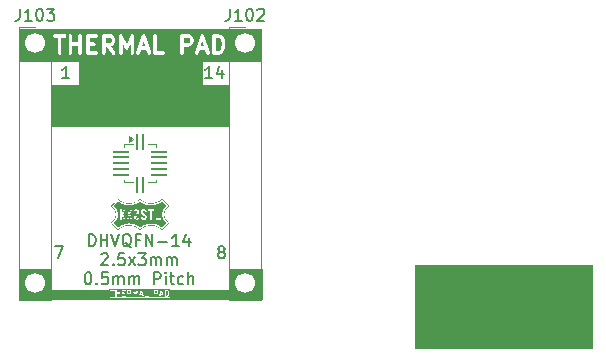
<source format=gto>
G04 #@! TF.GenerationSoftware,KiCad,Pcbnew,9.0.6*
G04 #@! TF.CreationDate,2026-01-02T20:57:35-06:00*
G04 #@! TF.ProjectId,DHVQFN-14_3x2.5_P0.5,44485651-464e-42d3-9134-5f3378322e35,rev?*
G04 #@! TF.SameCoordinates,Original*
G04 #@! TF.FileFunction,Legend,Top*
G04 #@! TF.FilePolarity,Positive*
%FSLAX46Y46*%
G04 Gerber Fmt 4.6, Leading zero omitted, Abs format (unit mm)*
G04 Created by KiCad (PCBNEW 9.0.6) date 2026-01-02 20:57:35*
%MOMM*%
%LPD*%
G01*
G04 APERTURE LIST*
G04 Aperture macros list*
%AMRoundRect*
0 Rectangle with rounded corners*
0 $1 Rounding radius*
0 $2 $3 $4 $5 $6 $7 $8 $9 X,Y pos of 4 corners*
0 Add a 4 corners polygon primitive as box body*
4,1,4,$2,$3,$4,$5,$6,$7,$8,$9,$2,$3,0*
0 Add four circle primitives for the rounded corners*
1,1,$1+$1,$2,$3*
1,1,$1+$1,$4,$5*
1,1,$1+$1,$6,$7*
1,1,$1+$1,$8,$9*
0 Add four rect primitives between the rounded corners*
20,1,$1+$1,$2,$3,$4,$5,0*
20,1,$1+$1,$4,$5,$6,$7,0*
20,1,$1+$1,$6,$7,$8,$9,0*
20,1,$1+$1,$8,$9,$2,$3,0*%
G04 Aperture macros list end*
%ADD10C,0.200000*%
%ADD11C,0.100000*%
%ADD12C,0.300000*%
%ADD13C,0.150000*%
%ADD14C,0.000000*%
%ADD15C,0.120000*%
%ADD16R,1.000000X1.500000*%
%ADD17RoundRect,0.062500X-0.062500X-0.575000X0.062500X-0.575000X0.062500X0.575000X-0.062500X0.575000X0*%
%ADD18RoundRect,0.062500X-0.575000X-0.062500X0.575000X-0.062500X0.575000X0.062500X-0.575000X0.062500X0*%
%ADD19C,0.600000*%
%ADD20C,1.700000*%
%ADD21R,1.700000X1.700000*%
G04 APERTURE END LIST*
D10*
X139198523Y-104047493D02*
X138627095Y-104047493D01*
X138912809Y-104047493D02*
X138912809Y-103047493D01*
X138912809Y-103047493D02*
X138817571Y-103190350D01*
X138817571Y-103190350D02*
X138722333Y-103285588D01*
X138722333Y-103285588D02*
X138627095Y-103333207D01*
X140055666Y-103380826D02*
X140055666Y-104047493D01*
X139817571Y-102999874D02*
X139579476Y-103714159D01*
X139579476Y-103714159D02*
X140198523Y-103714159D01*
D11*
X127889000Y-102489000D02*
X138303000Y-102489000D01*
X138303000Y-106680000D01*
X127889000Y-106680000D01*
X127889000Y-102489000D01*
G36*
X127889000Y-102489000D02*
G01*
X138303000Y-102489000D01*
X138303000Y-106680000D01*
X127889000Y-106680000D01*
X127889000Y-102489000D01*
G37*
X125603000Y-104648000D02*
X140589000Y-104648000D01*
X140589000Y-108077000D01*
X125603000Y-108077000D01*
X125603000Y-104648000D01*
G36*
X125603000Y-104648000D02*
G01*
X140589000Y-104648000D01*
X140589000Y-108077000D01*
X125603000Y-108077000D01*
X125603000Y-104648000D01*
G37*
X135642968Y-121934471D02*
X141097000Y-121934471D01*
X141097000Y-122713966D01*
X135642968Y-122713966D01*
X135642968Y-121934471D01*
G36*
X135642968Y-121934471D02*
G01*
X141097000Y-121934471D01*
X141097000Y-122713966D01*
X135642968Y-122713966D01*
X135642968Y-121934471D01*
G37*
X122809000Y-120173037D02*
X125530898Y-120173037D01*
X125530898Y-122713037D01*
X122809000Y-122713037D01*
X122809000Y-120173037D01*
G36*
X122809000Y-120173037D02*
G01*
X125530898Y-120173037D01*
X125530898Y-122713037D01*
X122809000Y-122713037D01*
X122809000Y-120173037D01*
G37*
X125121358Y-121934423D02*
X130504688Y-121934423D01*
X130504688Y-122721823D01*
X125121358Y-122721823D01*
X125121358Y-121934423D01*
G36*
X125121358Y-121934423D02*
G01*
X130504688Y-121934423D01*
X130504688Y-122721823D01*
X125121358Y-122721823D01*
X125121358Y-121934423D01*
G37*
X140640913Y-120173037D02*
X143383000Y-120173037D01*
X143383000Y-122713037D01*
X140640913Y-122713037D01*
X140640913Y-120173037D01*
G36*
X140640913Y-120173037D02*
G01*
X143383000Y-120173037D01*
X143383000Y-122713037D01*
X140640913Y-122713037D01*
X140640913Y-120173037D01*
G37*
X122809000Y-99912274D02*
X125594500Y-99912274D01*
X125594500Y-102579524D01*
X122809000Y-102579524D01*
X122809000Y-99912274D01*
G36*
X122809000Y-99912274D02*
G01*
X125594500Y-99912274D01*
X125594500Y-102579524D01*
X122809000Y-102579524D01*
X122809000Y-99912274D01*
G37*
X125222000Y-99912274D02*
X140639750Y-99912274D01*
X140639750Y-100140874D01*
X125222000Y-100140874D01*
X125222000Y-99912274D01*
G36*
X125222000Y-99912274D02*
G01*
X140639750Y-99912274D01*
X140639750Y-100140874D01*
X125222000Y-100140874D01*
X125222000Y-99912274D01*
G37*
X130302000Y-122630176D02*
X135763000Y-122630176D01*
X135763000Y-122713037D01*
X130302000Y-122713037D01*
X130302000Y-122630176D01*
G36*
X130302000Y-122630176D02*
G01*
X135763000Y-122630176D01*
X135763000Y-122713037D01*
X130302000Y-122713037D01*
X130302000Y-122630176D01*
G37*
X125044250Y-102173124D02*
X141351000Y-102173124D01*
X141351000Y-102579524D01*
X125044250Y-102579524D01*
X125044250Y-102173124D01*
G36*
X125044250Y-102173124D02*
G01*
X141351000Y-102173124D01*
X141351000Y-102579524D01*
X125044250Y-102579524D01*
X125044250Y-102173124D01*
G37*
X156337000Y-119888000D02*
X171323000Y-119888000D01*
X171323000Y-126873000D01*
X156337000Y-126873000D01*
X156337000Y-119888000D01*
G36*
X156337000Y-119888000D02*
G01*
X171323000Y-119888000D01*
X171323000Y-126873000D01*
X156337000Y-126873000D01*
X156337000Y-119888000D01*
G37*
X140491750Y-99912274D02*
X143353250Y-99912274D01*
X143353250Y-102579524D01*
X140491750Y-102579524D01*
X140491750Y-99912274D01*
G36*
X140491750Y-99912274D02*
G01*
X143353250Y-99912274D01*
X143353250Y-102579524D01*
X140491750Y-102579524D01*
X140491750Y-99912274D01*
G37*
D12*
G36*
X139816162Y-100651247D02*
G01*
X139912007Y-100747092D01*
X139962805Y-100848689D01*
X140023381Y-101090989D01*
X140023381Y-101261203D01*
X139962805Y-101503503D01*
X139912007Y-101605099D01*
X139816163Y-101700943D01*
X139665705Y-101751096D01*
X139494810Y-101751096D01*
X139494810Y-100601096D01*
X139665708Y-100601096D01*
X139816162Y-100651247D01*
G37*
G36*
X130625003Y-100643422D02*
G01*
X130659626Y-100678045D01*
X130701952Y-100762697D01*
X130701952Y-100899019D01*
X130659626Y-100983671D01*
X130625003Y-101018293D01*
X130540352Y-101060620D01*
X130173381Y-101060620D01*
X130173381Y-100601096D01*
X130540352Y-100601096D01*
X130625003Y-100643422D01*
G37*
G36*
X133543837Y-101336810D02*
G01*
X133269590Y-101336810D01*
X133406713Y-100925438D01*
X133543837Y-101336810D01*
G37*
G36*
X138515266Y-101336810D02*
G01*
X138241019Y-101336810D01*
X138378142Y-100925438D01*
X138515266Y-101336810D01*
G37*
G36*
X137253575Y-100643422D02*
G01*
X137288198Y-100678045D01*
X137330524Y-100762697D01*
X137330524Y-100899019D01*
X137288198Y-100983671D01*
X137253575Y-101018293D01*
X137168924Y-101060620D01*
X136801953Y-101060620D01*
X136801953Y-100601096D01*
X137168924Y-100601096D01*
X137253575Y-100643422D01*
G37*
G36*
X140484492Y-102212207D02*
G01*
X125572294Y-102212207D01*
X125572294Y-100421832D01*
X125733405Y-100421832D01*
X125733405Y-100480360D01*
X125755803Y-100534432D01*
X125797187Y-100575816D01*
X125851259Y-100598214D01*
X125880523Y-100601096D01*
X126144808Y-100601096D01*
X126144808Y-101901096D01*
X126147690Y-101930360D01*
X126170088Y-101984432D01*
X126211472Y-102025816D01*
X126265544Y-102048214D01*
X126324072Y-102048214D01*
X126378144Y-102025816D01*
X126419528Y-101984432D01*
X126441926Y-101930360D01*
X126444808Y-101901096D01*
X126444808Y-100601096D01*
X126709094Y-100601096D01*
X126738358Y-100598214D01*
X126792430Y-100575816D01*
X126833814Y-100534432D01*
X126856212Y-100480360D01*
X126856212Y-100451096D01*
X127042428Y-100451096D01*
X127042428Y-101901096D01*
X127045310Y-101930360D01*
X127067708Y-101984432D01*
X127109092Y-102025816D01*
X127163164Y-102048214D01*
X127221692Y-102048214D01*
X127275764Y-102025816D01*
X127317148Y-101984432D01*
X127339546Y-101930360D01*
X127342428Y-101901096D01*
X127342428Y-101291572D01*
X127870999Y-101291572D01*
X127870999Y-101901096D01*
X127873881Y-101930360D01*
X127896279Y-101984432D01*
X127937663Y-102025816D01*
X127991735Y-102048214D01*
X128050263Y-102048214D01*
X128104335Y-102025816D01*
X128145719Y-101984432D01*
X128168117Y-101930360D01*
X128170999Y-101901096D01*
X128170999Y-100451096D01*
X128561476Y-100451096D01*
X128561476Y-101901096D01*
X128564358Y-101930360D01*
X128586756Y-101984432D01*
X128628140Y-102025816D01*
X128682212Y-102048214D01*
X128711476Y-102051096D01*
X129401952Y-102051096D01*
X129431216Y-102048214D01*
X129485288Y-102025816D01*
X129526672Y-101984432D01*
X129549070Y-101930360D01*
X129549070Y-101871832D01*
X129526672Y-101817760D01*
X129485288Y-101776376D01*
X129431216Y-101753978D01*
X129401952Y-101751096D01*
X128861476Y-101751096D01*
X128861476Y-101291572D01*
X129194809Y-101291572D01*
X129224073Y-101288690D01*
X129278145Y-101266292D01*
X129319529Y-101224908D01*
X129341927Y-101170836D01*
X129341927Y-101112308D01*
X129319529Y-101058236D01*
X129278145Y-101016852D01*
X129224073Y-100994454D01*
X129194809Y-100991572D01*
X128861476Y-100991572D01*
X128861476Y-100601096D01*
X129401952Y-100601096D01*
X129431216Y-100598214D01*
X129485288Y-100575816D01*
X129526672Y-100534432D01*
X129549070Y-100480360D01*
X129549070Y-100451096D01*
X129873381Y-100451096D01*
X129873381Y-101901096D01*
X129876263Y-101930360D01*
X129898661Y-101984432D01*
X129940045Y-102025816D01*
X129994117Y-102048214D01*
X130052645Y-102048214D01*
X130106717Y-102025816D01*
X130148101Y-101984432D01*
X130170499Y-101930360D01*
X130173381Y-101901096D01*
X130173381Y-101360620D01*
X130290521Y-101360620D01*
X130729067Y-101987115D01*
X130748210Y-102009436D01*
X130797567Y-102040890D01*
X130855203Y-102051060D01*
X130912344Y-102038401D01*
X130960292Y-102004838D01*
X130991746Y-101955480D01*
X131001917Y-101897845D01*
X130989257Y-101840703D01*
X130974837Y-101815076D01*
X130644909Y-101343751D01*
X130780939Y-101275736D01*
X130793532Y-101267808D01*
X130797192Y-101266293D01*
X130801311Y-101262911D01*
X130805825Y-101260071D01*
X130808421Y-101257076D01*
X130819923Y-101247638D01*
X130888970Y-101178591D01*
X130898410Y-101167088D01*
X130901403Y-101164493D01*
X130904241Y-101159983D01*
X130907625Y-101155861D01*
X130909141Y-101152198D01*
X130917068Y-101139607D01*
X130986116Y-101001511D01*
X130996626Y-100974048D01*
X130997008Y-100968670D01*
X130999070Y-100963693D01*
X131001952Y-100934429D01*
X131001952Y-100727287D01*
X130999070Y-100698023D01*
X130997008Y-100693045D01*
X130996626Y-100687668D01*
X130986116Y-100660205D01*
X130917068Y-100522109D01*
X130909141Y-100509517D01*
X130907625Y-100505855D01*
X130904241Y-100501732D01*
X130901403Y-100497223D01*
X130898410Y-100494627D01*
X130888970Y-100483125D01*
X130856941Y-100451096D01*
X131323381Y-100451096D01*
X131323381Y-101901096D01*
X131326263Y-101930360D01*
X131348661Y-101984432D01*
X131390045Y-102025816D01*
X131444117Y-102048214D01*
X131502645Y-102048214D01*
X131556717Y-102025816D01*
X131598101Y-101984432D01*
X131620499Y-101930360D01*
X131623381Y-101901096D01*
X131623381Y-101127231D01*
X131820786Y-101550243D01*
X131827135Y-101560961D01*
X131828454Y-101564588D01*
X131830803Y-101567153D01*
X131835773Y-101575543D01*
X131852585Y-101590938D01*
X131867981Y-101607751D01*
X131874022Y-101610570D01*
X131878936Y-101615070D01*
X131900359Y-101622860D01*
X131921019Y-101632501D01*
X131927676Y-101632793D01*
X131933939Y-101635071D01*
X131956714Y-101634069D01*
X131979489Y-101635071D01*
X131985751Y-101632793D01*
X131992409Y-101632501D01*
X132013064Y-101622861D01*
X132034492Y-101615070D01*
X132039407Y-101610568D01*
X132045447Y-101607750D01*
X132060839Y-101590942D01*
X132077655Y-101575543D01*
X132082624Y-101567154D01*
X132084974Y-101564588D01*
X132086293Y-101560958D01*
X132092641Y-101550243D01*
X132290047Y-101127229D01*
X132290047Y-101901096D01*
X132292929Y-101930360D01*
X132315327Y-101984432D01*
X132356711Y-102025816D01*
X132410783Y-102048214D01*
X132469311Y-102048214D01*
X132523383Y-102025816D01*
X132564767Y-101984432D01*
X132587165Y-101930360D01*
X132590047Y-101901096D01*
X132590047Y-101882336D01*
X132774559Y-101882336D01*
X132778708Y-101940716D01*
X132804882Y-101993063D01*
X132849096Y-102031410D01*
X132904621Y-102049918D01*
X132963001Y-102045769D01*
X133015348Y-102019595D01*
X133053695Y-101975381D01*
X133065684Y-101948530D01*
X133169590Y-101636810D01*
X133643837Y-101636810D01*
X133747744Y-101948530D01*
X133759733Y-101975381D01*
X133798080Y-102019595D01*
X133850427Y-102045769D01*
X133908807Y-102049918D01*
X133964332Y-102031410D01*
X134008546Y-101993063D01*
X134034720Y-101940715D01*
X134038869Y-101882335D01*
X134032349Y-101853662D01*
X133564828Y-100451096D01*
X134223381Y-100451096D01*
X134223381Y-101901096D01*
X134226263Y-101930360D01*
X134248661Y-101984432D01*
X134290045Y-102025816D01*
X134344117Y-102048214D01*
X134373381Y-102051096D01*
X135063857Y-102051096D01*
X135093121Y-102048214D01*
X135147193Y-102025816D01*
X135188577Y-101984432D01*
X135210975Y-101930360D01*
X135210975Y-101871832D01*
X135188577Y-101817760D01*
X135147193Y-101776376D01*
X135093121Y-101753978D01*
X135063857Y-101751096D01*
X134523381Y-101751096D01*
X134523381Y-100451096D01*
X136501953Y-100451096D01*
X136501953Y-101901096D01*
X136504835Y-101930360D01*
X136527233Y-101984432D01*
X136568617Y-102025816D01*
X136622689Y-102048214D01*
X136681217Y-102048214D01*
X136735289Y-102025816D01*
X136776673Y-101984432D01*
X136799071Y-101930360D01*
X136801953Y-101901096D01*
X136801953Y-101882336D01*
X137745988Y-101882336D01*
X137750137Y-101940716D01*
X137776311Y-101993063D01*
X137820525Y-102031410D01*
X137876050Y-102049918D01*
X137934430Y-102045769D01*
X137986777Y-102019595D01*
X138025124Y-101975381D01*
X138037113Y-101948530D01*
X138141019Y-101636810D01*
X138615266Y-101636810D01*
X138719173Y-101948530D01*
X138731162Y-101975381D01*
X138769509Y-102019595D01*
X138821856Y-102045769D01*
X138880236Y-102049918D01*
X138935761Y-102031410D01*
X138979975Y-101993063D01*
X139006149Y-101940715D01*
X139010298Y-101882335D01*
X139003778Y-101853662D01*
X138536257Y-100451096D01*
X139194810Y-100451096D01*
X139194810Y-101901096D01*
X139197692Y-101930360D01*
X139220090Y-101984432D01*
X139261474Y-102025816D01*
X139315546Y-102048214D01*
X139344810Y-102051096D01*
X139690048Y-102051096D01*
X139704853Y-102049637D01*
X139708808Y-102049919D01*
X139714009Y-102048736D01*
X139719312Y-102048214D01*
X139722969Y-102046698D01*
X139737482Y-102043399D01*
X139944625Y-101974352D01*
X139971476Y-101962363D01*
X139975545Y-101958833D01*
X139980527Y-101956770D01*
X140003257Y-101938115D01*
X140141353Y-101800018D01*
X140150795Y-101788512D01*
X140153785Y-101785920D01*
X140156620Y-101781415D01*
X140160008Y-101777288D01*
X140161526Y-101773622D01*
X140169450Y-101761035D01*
X140238497Y-101622939D01*
X140239314Y-101620802D01*
X140239961Y-101619930D01*
X140244350Y-101607643D01*
X140249007Y-101595476D01*
X140249083Y-101594394D01*
X140249854Y-101592239D01*
X140318902Y-101316049D01*
X140319652Y-101310976D01*
X140320499Y-101308932D01*
X140321584Y-101297912D01*
X140323204Y-101286960D01*
X140322878Y-101284771D01*
X140323381Y-101279668D01*
X140323381Y-101072525D01*
X140322878Y-101067421D01*
X140323204Y-101065234D01*
X140321584Y-101054282D01*
X140320499Y-101043261D01*
X140319652Y-101041216D01*
X140318902Y-101036144D01*
X140249854Y-100759954D01*
X140249083Y-100757798D01*
X140249007Y-100756716D01*
X140244347Y-100744541D01*
X140239961Y-100732262D01*
X140239314Y-100731389D01*
X140238497Y-100729253D01*
X140169450Y-100591157D01*
X140161523Y-100578565D01*
X140160007Y-100574904D01*
X140156623Y-100570781D01*
X140153785Y-100566272D01*
X140150793Y-100563677D01*
X140141352Y-100552173D01*
X140003257Y-100414078D01*
X139980526Y-100395423D01*
X139975546Y-100393360D01*
X139971476Y-100389830D01*
X139944625Y-100377842D01*
X139737482Y-100308794D01*
X139722974Y-100305495D01*
X139719312Y-100303978D01*
X139714003Y-100303455D01*
X139708809Y-100302274D01*
X139704859Y-100302554D01*
X139690048Y-100301096D01*
X139344810Y-100301096D01*
X139315546Y-100303978D01*
X139261474Y-100326376D01*
X139220090Y-100367760D01*
X139197692Y-100421832D01*
X139194810Y-100451096D01*
X138536257Y-100451096D01*
X138520446Y-100403662D01*
X138508457Y-100376811D01*
X138501434Y-100368714D01*
X138496642Y-100359129D01*
X138482433Y-100346805D01*
X138470110Y-100332597D01*
X138460524Y-100327804D01*
X138452428Y-100320782D01*
X138434586Y-100314834D01*
X138417763Y-100306423D01*
X138407070Y-100305663D01*
X138396903Y-100302274D01*
X138378143Y-100303607D01*
X138359383Y-100302274D01*
X138349215Y-100305663D01*
X138338523Y-100306423D01*
X138321699Y-100314834D01*
X138303858Y-100320782D01*
X138295761Y-100327804D01*
X138286176Y-100332597D01*
X138273852Y-100346805D01*
X138259644Y-100359129D01*
X138254851Y-100368714D01*
X138247829Y-100376811D01*
X138235840Y-100403662D01*
X137752507Y-101853662D01*
X137745988Y-101882336D01*
X136801953Y-101882336D01*
X136801953Y-101360620D01*
X137204334Y-101360620D01*
X137233598Y-101357738D01*
X137238578Y-101355674D01*
X137243953Y-101355293D01*
X137271416Y-101344784D01*
X137409511Y-101275736D01*
X137422104Y-101267808D01*
X137425764Y-101266293D01*
X137429883Y-101262911D01*
X137434397Y-101260071D01*
X137436993Y-101257076D01*
X137448495Y-101247638D01*
X137517542Y-101178591D01*
X137526982Y-101167088D01*
X137529975Y-101164493D01*
X137532813Y-101159983D01*
X137536197Y-101155861D01*
X137537713Y-101152198D01*
X137545640Y-101139607D01*
X137614688Y-101001511D01*
X137625198Y-100974048D01*
X137625580Y-100968670D01*
X137627642Y-100963693D01*
X137630524Y-100934429D01*
X137630524Y-100727287D01*
X137627642Y-100698023D01*
X137625580Y-100693045D01*
X137625198Y-100687668D01*
X137614688Y-100660205D01*
X137545640Y-100522109D01*
X137537713Y-100509517D01*
X137536197Y-100505855D01*
X137532813Y-100501732D01*
X137529975Y-100497223D01*
X137526982Y-100494627D01*
X137517542Y-100483125D01*
X137448495Y-100414078D01*
X137436993Y-100404639D01*
X137434397Y-100401645D01*
X137429883Y-100398804D01*
X137425764Y-100395423D01*
X137422104Y-100393907D01*
X137409511Y-100385980D01*
X137271416Y-100316932D01*
X137243953Y-100306423D01*
X137238578Y-100306041D01*
X137233598Y-100303978D01*
X137204334Y-100301096D01*
X136651953Y-100301096D01*
X136622689Y-100303978D01*
X136568617Y-100326376D01*
X136527233Y-100367760D01*
X136504835Y-100421832D01*
X136501953Y-100451096D01*
X134523381Y-100451096D01*
X134520499Y-100421832D01*
X134498101Y-100367760D01*
X134456717Y-100326376D01*
X134402645Y-100303978D01*
X134344117Y-100303978D01*
X134290045Y-100326376D01*
X134248661Y-100367760D01*
X134226263Y-100421832D01*
X134223381Y-100451096D01*
X133564828Y-100451096D01*
X133549017Y-100403662D01*
X133537028Y-100376811D01*
X133530005Y-100368714D01*
X133525213Y-100359129D01*
X133511004Y-100346805D01*
X133498681Y-100332597D01*
X133489095Y-100327804D01*
X133480999Y-100320782D01*
X133463157Y-100314834D01*
X133446334Y-100306423D01*
X133435641Y-100305663D01*
X133425474Y-100302274D01*
X133406714Y-100303607D01*
X133387954Y-100302274D01*
X133377786Y-100305663D01*
X133367094Y-100306423D01*
X133350270Y-100314834D01*
X133332429Y-100320782D01*
X133324332Y-100327804D01*
X133314747Y-100332597D01*
X133302423Y-100346805D01*
X133288215Y-100359129D01*
X133283422Y-100368714D01*
X133276400Y-100376811D01*
X133264411Y-100403662D01*
X132781078Y-101853662D01*
X132774559Y-101882336D01*
X132590047Y-101882336D01*
X132590047Y-100451096D01*
X132588152Y-100431859D01*
X132588308Y-100428321D01*
X132587616Y-100426420D01*
X132587165Y-100421832D01*
X132577203Y-100397783D01*
X132568307Y-100373318D01*
X132566047Y-100370850D01*
X132564767Y-100367760D01*
X132546363Y-100349356D01*
X132528780Y-100330156D01*
X132525748Y-100328741D01*
X132523383Y-100326376D01*
X132499328Y-100316412D01*
X132475742Y-100305405D01*
X132472401Y-100305258D01*
X132469311Y-100303978D01*
X132443276Y-100303978D01*
X132417272Y-100302835D01*
X132414129Y-100303978D01*
X132410783Y-100303978D01*
X132386734Y-100313939D01*
X132362269Y-100322836D01*
X132359801Y-100325095D01*
X132356711Y-100326376D01*
X132338313Y-100344773D01*
X132319106Y-100362363D01*
X132316754Y-100366332D01*
X132315327Y-100367760D01*
X132313973Y-100371026D01*
X132304119Y-100387663D01*
X131956713Y-101132104D01*
X131609308Y-100387663D01*
X131599454Y-100371028D01*
X131598101Y-100367760D01*
X131596672Y-100366331D01*
X131594322Y-100362363D01*
X131575114Y-100344773D01*
X131556717Y-100326376D01*
X131553626Y-100325095D01*
X131551159Y-100322836D01*
X131526693Y-100313939D01*
X131502645Y-100303978D01*
X131499299Y-100303978D01*
X131496156Y-100302835D01*
X131470152Y-100303978D01*
X131444117Y-100303978D01*
X131441026Y-100305258D01*
X131437686Y-100305405D01*
X131414090Y-100316415D01*
X131390045Y-100326376D01*
X131387681Y-100328739D01*
X131384648Y-100330155D01*
X131367058Y-100349362D01*
X131348661Y-100367760D01*
X131347380Y-100370850D01*
X131345121Y-100373318D01*
X131336224Y-100397783D01*
X131326263Y-100421832D01*
X131325811Y-100426420D01*
X131325120Y-100428321D01*
X131325275Y-100431859D01*
X131323381Y-100451096D01*
X130856941Y-100451096D01*
X130819923Y-100414078D01*
X130808421Y-100404639D01*
X130805825Y-100401645D01*
X130801311Y-100398804D01*
X130797192Y-100395423D01*
X130793532Y-100393907D01*
X130780939Y-100385980D01*
X130642844Y-100316932D01*
X130615381Y-100306423D01*
X130610006Y-100306041D01*
X130605026Y-100303978D01*
X130575762Y-100301096D01*
X130023381Y-100301096D01*
X129994117Y-100303978D01*
X129940045Y-100326376D01*
X129898661Y-100367760D01*
X129876263Y-100421832D01*
X129873381Y-100451096D01*
X129549070Y-100451096D01*
X129549070Y-100421832D01*
X129526672Y-100367760D01*
X129485288Y-100326376D01*
X129431216Y-100303978D01*
X129401952Y-100301096D01*
X128711476Y-100301096D01*
X128682212Y-100303978D01*
X128628140Y-100326376D01*
X128586756Y-100367760D01*
X128564358Y-100421832D01*
X128561476Y-100451096D01*
X128170999Y-100451096D01*
X128168117Y-100421832D01*
X128145719Y-100367760D01*
X128104335Y-100326376D01*
X128050263Y-100303978D01*
X127991735Y-100303978D01*
X127937663Y-100326376D01*
X127896279Y-100367760D01*
X127873881Y-100421832D01*
X127870999Y-100451096D01*
X127870999Y-100991572D01*
X127342428Y-100991572D01*
X127342428Y-100451096D01*
X127339546Y-100421832D01*
X127317148Y-100367760D01*
X127275764Y-100326376D01*
X127221692Y-100303978D01*
X127163164Y-100303978D01*
X127109092Y-100326376D01*
X127067708Y-100367760D01*
X127045310Y-100421832D01*
X127042428Y-100451096D01*
X126856212Y-100451096D01*
X126856212Y-100421832D01*
X126833814Y-100367760D01*
X126792430Y-100326376D01*
X126738358Y-100303978D01*
X126709094Y-100301096D01*
X125880523Y-100301096D01*
X125851259Y-100303978D01*
X125797187Y-100326376D01*
X125755803Y-100367760D01*
X125733405Y-100421832D01*
X125572294Y-100421832D01*
X125572294Y-100139985D01*
X140484492Y-100139985D01*
X140484492Y-102212207D01*
G37*
D10*
X127088714Y-104047493D02*
X126517286Y-104047493D01*
X126803000Y-104047493D02*
X126803000Y-103047493D01*
X126803000Y-103047493D02*
X126707762Y-103190350D01*
X126707762Y-103190350D02*
X126612524Y-103285588D01*
X126612524Y-103285588D02*
X126517286Y-103333207D01*
X128770595Y-118256112D02*
X128770595Y-117256112D01*
X128770595Y-117256112D02*
X129008690Y-117256112D01*
X129008690Y-117256112D02*
X129151547Y-117303731D01*
X129151547Y-117303731D02*
X129246785Y-117398969D01*
X129246785Y-117398969D02*
X129294404Y-117494207D01*
X129294404Y-117494207D02*
X129342023Y-117684683D01*
X129342023Y-117684683D02*
X129342023Y-117827540D01*
X129342023Y-117827540D02*
X129294404Y-118018016D01*
X129294404Y-118018016D02*
X129246785Y-118113254D01*
X129246785Y-118113254D02*
X129151547Y-118208493D01*
X129151547Y-118208493D02*
X129008690Y-118256112D01*
X129008690Y-118256112D02*
X128770595Y-118256112D01*
X129770595Y-118256112D02*
X129770595Y-117256112D01*
X129770595Y-117732302D02*
X130342023Y-117732302D01*
X130342023Y-118256112D02*
X130342023Y-117256112D01*
X130675357Y-117256112D02*
X131008690Y-118256112D01*
X131008690Y-118256112D02*
X131342023Y-117256112D01*
X132342023Y-118351350D02*
X132246785Y-118303731D01*
X132246785Y-118303731D02*
X132151547Y-118208493D01*
X132151547Y-118208493D02*
X132008690Y-118065635D01*
X132008690Y-118065635D02*
X131913452Y-118018016D01*
X131913452Y-118018016D02*
X131818214Y-118018016D01*
X131865833Y-118256112D02*
X131770595Y-118208493D01*
X131770595Y-118208493D02*
X131675357Y-118113254D01*
X131675357Y-118113254D02*
X131627738Y-117922778D01*
X131627738Y-117922778D02*
X131627738Y-117589445D01*
X131627738Y-117589445D02*
X131675357Y-117398969D01*
X131675357Y-117398969D02*
X131770595Y-117303731D01*
X131770595Y-117303731D02*
X131865833Y-117256112D01*
X131865833Y-117256112D02*
X132056309Y-117256112D01*
X132056309Y-117256112D02*
X132151547Y-117303731D01*
X132151547Y-117303731D02*
X132246785Y-117398969D01*
X132246785Y-117398969D02*
X132294404Y-117589445D01*
X132294404Y-117589445D02*
X132294404Y-117922778D01*
X132294404Y-117922778D02*
X132246785Y-118113254D01*
X132246785Y-118113254D02*
X132151547Y-118208493D01*
X132151547Y-118208493D02*
X132056309Y-118256112D01*
X132056309Y-118256112D02*
X131865833Y-118256112D01*
X133056309Y-117732302D02*
X132722976Y-117732302D01*
X132722976Y-118256112D02*
X132722976Y-117256112D01*
X132722976Y-117256112D02*
X133199166Y-117256112D01*
X133580119Y-118256112D02*
X133580119Y-117256112D01*
X133580119Y-117256112D02*
X134151547Y-118256112D01*
X134151547Y-118256112D02*
X134151547Y-117256112D01*
X134627738Y-117875159D02*
X135389643Y-117875159D01*
X136389642Y-118256112D02*
X135818214Y-118256112D01*
X136103928Y-118256112D02*
X136103928Y-117256112D01*
X136103928Y-117256112D02*
X136008690Y-117398969D01*
X136008690Y-117398969D02*
X135913452Y-117494207D01*
X135913452Y-117494207D02*
X135818214Y-117541826D01*
X137246785Y-117589445D02*
X137246785Y-118256112D01*
X137008690Y-117208493D02*
X136770595Y-117922778D01*
X136770595Y-117922778D02*
X137389642Y-117922778D01*
X129818215Y-118961294D02*
X129865834Y-118913675D01*
X129865834Y-118913675D02*
X129961072Y-118866056D01*
X129961072Y-118866056D02*
X130199167Y-118866056D01*
X130199167Y-118866056D02*
X130294405Y-118913675D01*
X130294405Y-118913675D02*
X130342024Y-118961294D01*
X130342024Y-118961294D02*
X130389643Y-119056532D01*
X130389643Y-119056532D02*
X130389643Y-119151770D01*
X130389643Y-119151770D02*
X130342024Y-119294627D01*
X130342024Y-119294627D02*
X129770596Y-119866056D01*
X129770596Y-119866056D02*
X130389643Y-119866056D01*
X130818215Y-119770817D02*
X130865834Y-119818437D01*
X130865834Y-119818437D02*
X130818215Y-119866056D01*
X130818215Y-119866056D02*
X130770596Y-119818437D01*
X130770596Y-119818437D02*
X130818215Y-119770817D01*
X130818215Y-119770817D02*
X130818215Y-119866056D01*
X131770595Y-118866056D02*
X131294405Y-118866056D01*
X131294405Y-118866056D02*
X131246786Y-119342246D01*
X131246786Y-119342246D02*
X131294405Y-119294627D01*
X131294405Y-119294627D02*
X131389643Y-119247008D01*
X131389643Y-119247008D02*
X131627738Y-119247008D01*
X131627738Y-119247008D02*
X131722976Y-119294627D01*
X131722976Y-119294627D02*
X131770595Y-119342246D01*
X131770595Y-119342246D02*
X131818214Y-119437484D01*
X131818214Y-119437484D02*
X131818214Y-119675579D01*
X131818214Y-119675579D02*
X131770595Y-119770817D01*
X131770595Y-119770817D02*
X131722976Y-119818437D01*
X131722976Y-119818437D02*
X131627738Y-119866056D01*
X131627738Y-119866056D02*
X131389643Y-119866056D01*
X131389643Y-119866056D02*
X131294405Y-119818437D01*
X131294405Y-119818437D02*
X131246786Y-119770817D01*
X132151548Y-119866056D02*
X132675357Y-119199389D01*
X132151548Y-119199389D02*
X132675357Y-119866056D01*
X132961072Y-118866056D02*
X133580119Y-118866056D01*
X133580119Y-118866056D02*
X133246786Y-119247008D01*
X133246786Y-119247008D02*
X133389643Y-119247008D01*
X133389643Y-119247008D02*
X133484881Y-119294627D01*
X133484881Y-119294627D02*
X133532500Y-119342246D01*
X133532500Y-119342246D02*
X133580119Y-119437484D01*
X133580119Y-119437484D02*
X133580119Y-119675579D01*
X133580119Y-119675579D02*
X133532500Y-119770817D01*
X133532500Y-119770817D02*
X133484881Y-119818437D01*
X133484881Y-119818437D02*
X133389643Y-119866056D01*
X133389643Y-119866056D02*
X133103929Y-119866056D01*
X133103929Y-119866056D02*
X133008691Y-119818437D01*
X133008691Y-119818437D02*
X132961072Y-119770817D01*
X134008691Y-119866056D02*
X134008691Y-119199389D01*
X134008691Y-119294627D02*
X134056310Y-119247008D01*
X134056310Y-119247008D02*
X134151548Y-119199389D01*
X134151548Y-119199389D02*
X134294405Y-119199389D01*
X134294405Y-119199389D02*
X134389643Y-119247008D01*
X134389643Y-119247008D02*
X134437262Y-119342246D01*
X134437262Y-119342246D02*
X134437262Y-119866056D01*
X134437262Y-119342246D02*
X134484881Y-119247008D01*
X134484881Y-119247008D02*
X134580119Y-119199389D01*
X134580119Y-119199389D02*
X134722976Y-119199389D01*
X134722976Y-119199389D02*
X134818215Y-119247008D01*
X134818215Y-119247008D02*
X134865834Y-119342246D01*
X134865834Y-119342246D02*
X134865834Y-119866056D01*
X135342024Y-119866056D02*
X135342024Y-119199389D01*
X135342024Y-119294627D02*
X135389643Y-119247008D01*
X135389643Y-119247008D02*
X135484881Y-119199389D01*
X135484881Y-119199389D02*
X135627738Y-119199389D01*
X135627738Y-119199389D02*
X135722976Y-119247008D01*
X135722976Y-119247008D02*
X135770595Y-119342246D01*
X135770595Y-119342246D02*
X135770595Y-119866056D01*
X135770595Y-119342246D02*
X135818214Y-119247008D01*
X135818214Y-119247008D02*
X135913452Y-119199389D01*
X135913452Y-119199389D02*
X136056309Y-119199389D01*
X136056309Y-119199389D02*
X136151548Y-119247008D01*
X136151548Y-119247008D02*
X136199167Y-119342246D01*
X136199167Y-119342246D02*
X136199167Y-119866056D01*
X128651548Y-120476000D02*
X128746786Y-120476000D01*
X128746786Y-120476000D02*
X128842024Y-120523619D01*
X128842024Y-120523619D02*
X128889643Y-120571238D01*
X128889643Y-120571238D02*
X128937262Y-120666476D01*
X128937262Y-120666476D02*
X128984881Y-120856952D01*
X128984881Y-120856952D02*
X128984881Y-121095047D01*
X128984881Y-121095047D02*
X128937262Y-121285523D01*
X128937262Y-121285523D02*
X128889643Y-121380761D01*
X128889643Y-121380761D02*
X128842024Y-121428381D01*
X128842024Y-121428381D02*
X128746786Y-121476000D01*
X128746786Y-121476000D02*
X128651548Y-121476000D01*
X128651548Y-121476000D02*
X128556310Y-121428381D01*
X128556310Y-121428381D02*
X128508691Y-121380761D01*
X128508691Y-121380761D02*
X128461072Y-121285523D01*
X128461072Y-121285523D02*
X128413453Y-121095047D01*
X128413453Y-121095047D02*
X128413453Y-120856952D01*
X128413453Y-120856952D02*
X128461072Y-120666476D01*
X128461072Y-120666476D02*
X128508691Y-120571238D01*
X128508691Y-120571238D02*
X128556310Y-120523619D01*
X128556310Y-120523619D02*
X128651548Y-120476000D01*
X129413453Y-121380761D02*
X129461072Y-121428381D01*
X129461072Y-121428381D02*
X129413453Y-121476000D01*
X129413453Y-121476000D02*
X129365834Y-121428381D01*
X129365834Y-121428381D02*
X129413453Y-121380761D01*
X129413453Y-121380761D02*
X129413453Y-121476000D01*
X130365833Y-120476000D02*
X129889643Y-120476000D01*
X129889643Y-120476000D02*
X129842024Y-120952190D01*
X129842024Y-120952190D02*
X129889643Y-120904571D01*
X129889643Y-120904571D02*
X129984881Y-120856952D01*
X129984881Y-120856952D02*
X130222976Y-120856952D01*
X130222976Y-120856952D02*
X130318214Y-120904571D01*
X130318214Y-120904571D02*
X130365833Y-120952190D01*
X130365833Y-120952190D02*
X130413452Y-121047428D01*
X130413452Y-121047428D02*
X130413452Y-121285523D01*
X130413452Y-121285523D02*
X130365833Y-121380761D01*
X130365833Y-121380761D02*
X130318214Y-121428381D01*
X130318214Y-121428381D02*
X130222976Y-121476000D01*
X130222976Y-121476000D02*
X129984881Y-121476000D01*
X129984881Y-121476000D02*
X129889643Y-121428381D01*
X129889643Y-121428381D02*
X129842024Y-121380761D01*
X130842024Y-121476000D02*
X130842024Y-120809333D01*
X130842024Y-120904571D02*
X130889643Y-120856952D01*
X130889643Y-120856952D02*
X130984881Y-120809333D01*
X130984881Y-120809333D02*
X131127738Y-120809333D01*
X131127738Y-120809333D02*
X131222976Y-120856952D01*
X131222976Y-120856952D02*
X131270595Y-120952190D01*
X131270595Y-120952190D02*
X131270595Y-121476000D01*
X131270595Y-120952190D02*
X131318214Y-120856952D01*
X131318214Y-120856952D02*
X131413452Y-120809333D01*
X131413452Y-120809333D02*
X131556309Y-120809333D01*
X131556309Y-120809333D02*
X131651548Y-120856952D01*
X131651548Y-120856952D02*
X131699167Y-120952190D01*
X131699167Y-120952190D02*
X131699167Y-121476000D01*
X132175357Y-121476000D02*
X132175357Y-120809333D01*
X132175357Y-120904571D02*
X132222976Y-120856952D01*
X132222976Y-120856952D02*
X132318214Y-120809333D01*
X132318214Y-120809333D02*
X132461071Y-120809333D01*
X132461071Y-120809333D02*
X132556309Y-120856952D01*
X132556309Y-120856952D02*
X132603928Y-120952190D01*
X132603928Y-120952190D02*
X132603928Y-121476000D01*
X132603928Y-120952190D02*
X132651547Y-120856952D01*
X132651547Y-120856952D02*
X132746785Y-120809333D01*
X132746785Y-120809333D02*
X132889642Y-120809333D01*
X132889642Y-120809333D02*
X132984881Y-120856952D01*
X132984881Y-120856952D02*
X133032500Y-120952190D01*
X133032500Y-120952190D02*
X133032500Y-121476000D01*
X134270595Y-121476000D02*
X134270595Y-120476000D01*
X134270595Y-120476000D02*
X134651547Y-120476000D01*
X134651547Y-120476000D02*
X134746785Y-120523619D01*
X134746785Y-120523619D02*
X134794404Y-120571238D01*
X134794404Y-120571238D02*
X134842023Y-120666476D01*
X134842023Y-120666476D02*
X134842023Y-120809333D01*
X134842023Y-120809333D02*
X134794404Y-120904571D01*
X134794404Y-120904571D02*
X134746785Y-120952190D01*
X134746785Y-120952190D02*
X134651547Y-120999809D01*
X134651547Y-120999809D02*
X134270595Y-120999809D01*
X135270595Y-121476000D02*
X135270595Y-120809333D01*
X135270595Y-120476000D02*
X135222976Y-120523619D01*
X135222976Y-120523619D02*
X135270595Y-120571238D01*
X135270595Y-120571238D02*
X135318214Y-120523619D01*
X135318214Y-120523619D02*
X135270595Y-120476000D01*
X135270595Y-120476000D02*
X135270595Y-120571238D01*
X135603928Y-120809333D02*
X135984880Y-120809333D01*
X135746785Y-120476000D02*
X135746785Y-121333142D01*
X135746785Y-121333142D02*
X135794404Y-121428381D01*
X135794404Y-121428381D02*
X135889642Y-121476000D01*
X135889642Y-121476000D02*
X135984880Y-121476000D01*
X136746785Y-121428381D02*
X136651547Y-121476000D01*
X136651547Y-121476000D02*
X136461071Y-121476000D01*
X136461071Y-121476000D02*
X136365833Y-121428381D01*
X136365833Y-121428381D02*
X136318214Y-121380761D01*
X136318214Y-121380761D02*
X136270595Y-121285523D01*
X136270595Y-121285523D02*
X136270595Y-120999809D01*
X136270595Y-120999809D02*
X136318214Y-120904571D01*
X136318214Y-120904571D02*
X136365833Y-120856952D01*
X136365833Y-120856952D02*
X136461071Y-120809333D01*
X136461071Y-120809333D02*
X136651547Y-120809333D01*
X136651547Y-120809333D02*
X136746785Y-120856952D01*
X137175357Y-121476000D02*
X137175357Y-120476000D01*
X137603928Y-121476000D02*
X137603928Y-120952190D01*
X137603928Y-120952190D02*
X137556309Y-120856952D01*
X137556309Y-120856952D02*
X137461071Y-120809333D01*
X137461071Y-120809333D02*
X137318214Y-120809333D01*
X137318214Y-120809333D02*
X137222976Y-120856952D01*
X137222976Y-120856952D02*
X137175357Y-120904571D01*
X139885993Y-118716064D02*
X139790755Y-118668445D01*
X139790755Y-118668445D02*
X139743136Y-118620826D01*
X139743136Y-118620826D02*
X139695517Y-118525588D01*
X139695517Y-118525588D02*
X139695517Y-118477969D01*
X139695517Y-118477969D02*
X139743136Y-118382731D01*
X139743136Y-118382731D02*
X139790755Y-118335112D01*
X139790755Y-118335112D02*
X139885993Y-118287493D01*
X139885993Y-118287493D02*
X140076469Y-118287493D01*
X140076469Y-118287493D02*
X140171707Y-118335112D01*
X140171707Y-118335112D02*
X140219326Y-118382731D01*
X140219326Y-118382731D02*
X140266945Y-118477969D01*
X140266945Y-118477969D02*
X140266945Y-118525588D01*
X140266945Y-118525588D02*
X140219326Y-118620826D01*
X140219326Y-118620826D02*
X140171707Y-118668445D01*
X140171707Y-118668445D02*
X140076469Y-118716064D01*
X140076469Y-118716064D02*
X139885993Y-118716064D01*
X139885993Y-118716064D02*
X139790755Y-118763683D01*
X139790755Y-118763683D02*
X139743136Y-118811302D01*
X139743136Y-118811302D02*
X139695517Y-118906540D01*
X139695517Y-118906540D02*
X139695517Y-119097016D01*
X139695517Y-119097016D02*
X139743136Y-119192254D01*
X139743136Y-119192254D02*
X139790755Y-119239874D01*
X139790755Y-119239874D02*
X139885993Y-119287493D01*
X139885993Y-119287493D02*
X140076469Y-119287493D01*
X140076469Y-119287493D02*
X140171707Y-119239874D01*
X140171707Y-119239874D02*
X140219326Y-119192254D01*
X140219326Y-119192254D02*
X140266945Y-119097016D01*
X140266945Y-119097016D02*
X140266945Y-118906540D01*
X140266945Y-118906540D02*
X140219326Y-118811302D01*
X140219326Y-118811302D02*
X140171707Y-118763683D01*
X140171707Y-118763683D02*
X140076469Y-118716064D01*
D11*
G36*
X135414228Y-122057894D02*
G01*
X135447764Y-122091430D01*
X135465489Y-122126882D01*
X135486475Y-122210823D01*
X135486475Y-122269942D01*
X135465489Y-122353883D01*
X135447764Y-122389335D01*
X135414226Y-122422873D01*
X135361696Y-122440383D01*
X135300761Y-122440383D01*
X135300761Y-122040383D01*
X135361695Y-122040383D01*
X135414228Y-122057894D01*
G37*
G36*
X133252820Y-122297526D02*
G01*
X133153467Y-122297526D01*
X133203143Y-122148496D01*
X133252820Y-122297526D01*
G37*
G36*
X134967105Y-122297526D02*
G01*
X134867752Y-122297526D01*
X134917428Y-122148496D01*
X134967105Y-122297526D01*
G37*
G36*
X132244952Y-122055285D02*
G01*
X132257287Y-122067618D01*
X132272190Y-122097424D01*
X132272190Y-122145246D01*
X132257287Y-122175052D01*
X132244952Y-122187385D01*
X132215149Y-122202288D01*
X132086476Y-122202288D01*
X132086476Y-122040383D01*
X132215149Y-122040383D01*
X132244952Y-122055285D01*
G37*
G36*
X134530666Y-122055285D02*
G01*
X134543001Y-122067618D01*
X134557904Y-122097424D01*
X134557904Y-122145246D01*
X134543001Y-122175052D01*
X134530666Y-122187385D01*
X134500863Y-122202288D01*
X134372190Y-122202288D01*
X134372190Y-122040383D01*
X134500863Y-122040383D01*
X134530666Y-122055285D01*
G37*
G36*
X135642031Y-122595939D02*
G01*
X130506155Y-122595939D01*
X130506155Y-121971249D01*
X130561711Y-121971249D01*
X130561711Y-122009517D01*
X130588771Y-122036577D01*
X130607905Y-122040383D01*
X130700762Y-122040383D01*
X130700762Y-122490383D01*
X130704568Y-122509517D01*
X130731628Y-122536577D01*
X130769896Y-122536577D01*
X130796956Y-122509517D01*
X130800762Y-122490383D01*
X130800762Y-122040383D01*
X130893619Y-122040383D01*
X130912753Y-122036577D01*
X130939813Y-122009517D01*
X130939813Y-121990383D01*
X131010285Y-121990383D01*
X131010285Y-122490383D01*
X131014091Y-122509517D01*
X131041151Y-122536577D01*
X131079419Y-122536577D01*
X131106479Y-122509517D01*
X131110285Y-122490383D01*
X131110285Y-122278478D01*
X131295999Y-122278478D01*
X131295999Y-122490383D01*
X131299805Y-122509517D01*
X131326865Y-122536577D01*
X131365133Y-122536577D01*
X131392193Y-122509517D01*
X131395999Y-122490383D01*
X131395999Y-121990383D01*
X131534095Y-121990383D01*
X131534095Y-122490383D01*
X131537901Y-122509517D01*
X131564961Y-122536577D01*
X131584095Y-122540383D01*
X131822190Y-122540383D01*
X131841324Y-122536577D01*
X131868384Y-122509517D01*
X131868384Y-122471249D01*
X131841324Y-122444189D01*
X131822190Y-122440383D01*
X131634095Y-122440383D01*
X131634095Y-122278478D01*
X131750762Y-122278478D01*
X131769896Y-122274672D01*
X131796956Y-122247612D01*
X131796956Y-122209344D01*
X131769896Y-122182284D01*
X131750762Y-122178478D01*
X131634095Y-122178478D01*
X131634095Y-122040383D01*
X131822190Y-122040383D01*
X131841324Y-122036577D01*
X131868384Y-122009517D01*
X131868384Y-121990383D01*
X131986476Y-121990383D01*
X131986476Y-122490383D01*
X131990282Y-122509517D01*
X132017342Y-122536577D01*
X132055610Y-122536577D01*
X132082670Y-122509517D01*
X132086476Y-122490383D01*
X132086476Y-122302288D01*
X132129491Y-122302288D01*
X132281229Y-122519056D01*
X132295319Y-122532549D01*
X132333005Y-122539199D01*
X132364356Y-122517254D01*
X132371006Y-122479568D01*
X132363152Y-122461710D01*
X132248095Y-122297342D01*
X132249313Y-122297009D01*
X132296932Y-122273199D01*
X132303263Y-122268285D01*
X132309926Y-122263834D01*
X132333736Y-122240025D01*
X132338189Y-122233360D01*
X132343103Y-122227029D01*
X132366911Y-122179411D01*
X132367572Y-122176995D01*
X132368384Y-122176184D01*
X132369947Y-122168322D01*
X132372064Y-122160595D01*
X132371701Y-122159506D01*
X132372190Y-122157050D01*
X132372190Y-122085621D01*
X132371701Y-122083164D01*
X132372064Y-122082076D01*
X132369947Y-122074348D01*
X132368384Y-122066487D01*
X132367572Y-122065675D01*
X132366911Y-122063260D01*
X132343103Y-122015642D01*
X132338189Y-122009310D01*
X132333736Y-122002646D01*
X132321472Y-121990383D01*
X132486476Y-121990383D01*
X132486476Y-122490383D01*
X132490282Y-122509517D01*
X132517342Y-122536577D01*
X132555610Y-122536577D01*
X132582670Y-122509517D01*
X132586476Y-122490383D01*
X132586476Y-122215760D01*
X132657834Y-122368670D01*
X132665456Y-122379059D01*
X132666269Y-122381295D01*
X132667526Y-122381881D01*
X132669374Y-122384400D01*
X132685446Y-122390244D01*
X132700947Y-122397478D01*
X132703143Y-122396679D01*
X132705339Y-122397478D01*
X132720839Y-122390244D01*
X132736912Y-122384400D01*
X132738759Y-122381881D01*
X132740017Y-122381295D01*
X132740829Y-122379059D01*
X132748452Y-122368670D01*
X132819809Y-122215761D01*
X132819809Y-122490383D01*
X132823615Y-122509517D01*
X132850675Y-122536577D01*
X132888943Y-122536577D01*
X132916003Y-122509517D01*
X132919104Y-122493927D01*
X132986603Y-122493927D01*
X133003717Y-122528156D01*
X133040021Y-122540257D01*
X133074250Y-122523143D01*
X133083911Y-122506194D01*
X133120134Y-122397526D01*
X133286153Y-122397526D01*
X133322376Y-122506194D01*
X133332037Y-122523143D01*
X133366266Y-122540257D01*
X133402570Y-122528155D01*
X133419684Y-122493927D01*
X133417244Y-122474571D01*
X133255847Y-121990383D01*
X133486476Y-121990383D01*
X133486476Y-122490383D01*
X133490282Y-122509517D01*
X133517342Y-122536577D01*
X133536476Y-122540383D01*
X133774571Y-122540383D01*
X133793705Y-122536577D01*
X133820765Y-122509517D01*
X133820765Y-122471249D01*
X133793705Y-122444189D01*
X133774571Y-122440383D01*
X133586476Y-122440383D01*
X133586476Y-121990383D01*
X134272190Y-121990383D01*
X134272190Y-122490383D01*
X134275996Y-122509517D01*
X134303056Y-122536577D01*
X134341324Y-122536577D01*
X134368384Y-122509517D01*
X134371485Y-122493927D01*
X134700888Y-122493927D01*
X134718002Y-122528156D01*
X134754306Y-122540257D01*
X134788535Y-122523143D01*
X134798196Y-122506194D01*
X134834419Y-122397526D01*
X135000438Y-122397526D01*
X135036661Y-122506194D01*
X135046322Y-122523143D01*
X135080551Y-122540257D01*
X135116855Y-122528155D01*
X135133969Y-122493927D01*
X135131529Y-122474571D01*
X134970132Y-121990383D01*
X135200761Y-121990383D01*
X135200761Y-122490383D01*
X135204567Y-122509517D01*
X135231627Y-122536577D01*
X135250761Y-122540383D01*
X135369809Y-122540383D01*
X135377671Y-122538819D01*
X135385620Y-122537817D01*
X135457049Y-122514008D01*
X135459224Y-122512768D01*
X135460372Y-122512768D01*
X135467036Y-122508314D01*
X135473997Y-122504347D01*
X135474510Y-122503320D01*
X135476593Y-122501929D01*
X135524212Y-122454309D01*
X135528665Y-122447643D01*
X135533577Y-122441315D01*
X135557387Y-122393696D01*
X135558833Y-122388414D01*
X135561173Y-122383462D01*
X135584982Y-122288224D01*
X135585279Y-122282106D01*
X135586475Y-122276097D01*
X135586475Y-122204669D01*
X135585279Y-122198659D01*
X135584982Y-122192542D01*
X135561173Y-122097304D01*
X135558833Y-122092351D01*
X135557387Y-122087070D01*
X135533577Y-122039451D01*
X135528665Y-122033122D01*
X135524211Y-122026456D01*
X135476592Y-121978838D01*
X135474509Y-121977446D01*
X135473997Y-121976421D01*
X135467035Y-121972452D01*
X135460371Y-121967999D01*
X135459224Y-121967999D01*
X135457049Y-121966759D01*
X135385621Y-121942949D01*
X135377670Y-121941946D01*
X135369809Y-121940383D01*
X135250761Y-121940383D01*
X135231627Y-121944189D01*
X135204567Y-121971249D01*
X135200761Y-121990383D01*
X134970132Y-121990383D01*
X134964862Y-121974572D01*
X134955201Y-121957623D01*
X134951858Y-121955952D01*
X134950188Y-121952610D01*
X134935148Y-121947596D01*
X134920972Y-121940509D01*
X134917428Y-121941690D01*
X134913884Y-121940509D01*
X134899707Y-121947596D01*
X134884668Y-121952610D01*
X134882997Y-121955952D01*
X134879655Y-121957623D01*
X134869994Y-121974572D01*
X134703328Y-122474572D01*
X134700888Y-122493927D01*
X134371485Y-122493927D01*
X134372190Y-122490383D01*
X134372190Y-122302288D01*
X134512666Y-122302288D01*
X134515122Y-122301799D01*
X134516211Y-122302162D01*
X134523938Y-122300045D01*
X134531800Y-122298482D01*
X134532611Y-122297670D01*
X134535027Y-122297009D01*
X134582646Y-122273199D01*
X134588977Y-122268285D01*
X134595640Y-122263834D01*
X134619450Y-122240025D01*
X134623903Y-122233360D01*
X134628817Y-122227029D01*
X134652625Y-122179411D01*
X134653286Y-122176995D01*
X134654098Y-122176184D01*
X134655661Y-122168322D01*
X134657778Y-122160595D01*
X134657415Y-122159506D01*
X134657904Y-122157050D01*
X134657904Y-122085621D01*
X134657415Y-122083164D01*
X134657778Y-122082076D01*
X134655661Y-122074348D01*
X134654098Y-122066487D01*
X134653286Y-122065675D01*
X134652625Y-122063260D01*
X134628817Y-122015642D01*
X134623903Y-122009310D01*
X134619450Y-122002646D01*
X134595640Y-121978837D01*
X134588977Y-121974385D01*
X134582646Y-121969472D01*
X134535027Y-121945662D01*
X134532611Y-121945000D01*
X134531800Y-121944189D01*
X134523938Y-121942625D01*
X134516211Y-121940509D01*
X134515122Y-121940871D01*
X134512666Y-121940383D01*
X134322190Y-121940383D01*
X134303056Y-121944189D01*
X134275996Y-121971249D01*
X134272190Y-121990383D01*
X133586476Y-121990383D01*
X133582670Y-121971249D01*
X133555610Y-121944189D01*
X133517342Y-121944189D01*
X133490282Y-121971249D01*
X133486476Y-121990383D01*
X133255847Y-121990383D01*
X133250577Y-121974572D01*
X133240916Y-121957623D01*
X133237573Y-121955952D01*
X133235903Y-121952610D01*
X133220863Y-121947596D01*
X133206687Y-121940509D01*
X133203143Y-121941690D01*
X133199599Y-121940509D01*
X133185422Y-121947596D01*
X133170383Y-121952610D01*
X133168712Y-121955952D01*
X133165370Y-121957623D01*
X133155709Y-121974572D01*
X132989043Y-122474572D01*
X132986603Y-122493927D01*
X132919104Y-122493927D01*
X132919809Y-122490383D01*
X132919809Y-121990383D01*
X132916003Y-121971249D01*
X132909720Y-121964966D01*
X132906683Y-121956614D01*
X132896717Y-121951963D01*
X132888943Y-121944189D01*
X132880058Y-121944189D01*
X132872005Y-121940431D01*
X132861670Y-121944189D01*
X132850675Y-121944189D01*
X132844392Y-121950471D01*
X132836040Y-121953509D01*
X132824500Y-121969238D01*
X132703142Y-122229291D01*
X132581785Y-121969239D01*
X132570245Y-121953509D01*
X132561892Y-121950471D01*
X132555610Y-121944189D01*
X132544615Y-121944189D01*
X132534280Y-121940431D01*
X132526227Y-121944189D01*
X132517342Y-121944189D01*
X132509567Y-121951963D01*
X132499602Y-121956614D01*
X132496564Y-121964966D01*
X132490282Y-121971249D01*
X132486476Y-121990383D01*
X132321472Y-121990383D01*
X132309926Y-121978837D01*
X132303263Y-121974385D01*
X132296932Y-121969472D01*
X132249313Y-121945662D01*
X132246897Y-121945000D01*
X132246086Y-121944189D01*
X132238224Y-121942625D01*
X132230497Y-121940509D01*
X132229408Y-121940871D01*
X132226952Y-121940383D01*
X132036476Y-121940383D01*
X132017342Y-121944189D01*
X131990282Y-121971249D01*
X131986476Y-121990383D01*
X131868384Y-121990383D01*
X131868384Y-121971249D01*
X131841324Y-121944189D01*
X131822190Y-121940383D01*
X131584095Y-121940383D01*
X131564961Y-121944189D01*
X131537901Y-121971249D01*
X131534095Y-121990383D01*
X131395999Y-121990383D01*
X131392193Y-121971249D01*
X131365133Y-121944189D01*
X131326865Y-121944189D01*
X131299805Y-121971249D01*
X131295999Y-121990383D01*
X131295999Y-122178478D01*
X131110285Y-122178478D01*
X131110285Y-121990383D01*
X131106479Y-121971249D01*
X131079419Y-121944189D01*
X131041151Y-121944189D01*
X131014091Y-121971249D01*
X131010285Y-121990383D01*
X130939813Y-121990383D01*
X130939813Y-121971249D01*
X130912753Y-121944189D01*
X130893619Y-121940383D01*
X130607905Y-121940383D01*
X130588771Y-121944189D01*
X130561711Y-121971249D01*
X130506155Y-121971249D01*
X130506155Y-121884827D01*
X135642031Y-121884827D01*
X135642031Y-122595939D01*
G37*
D10*
X125877435Y-118287493D02*
X126544101Y-118287493D01*
X126544101Y-118287493D02*
X126115530Y-119287493D01*
D13*
X122920285Y-98166819D02*
X122920285Y-98881104D01*
X122920285Y-98881104D02*
X122872666Y-99023961D01*
X122872666Y-99023961D02*
X122777428Y-99119200D01*
X122777428Y-99119200D02*
X122634571Y-99166819D01*
X122634571Y-99166819D02*
X122539333Y-99166819D01*
X123920285Y-99166819D02*
X123348857Y-99166819D01*
X123634571Y-99166819D02*
X123634571Y-98166819D01*
X123634571Y-98166819D02*
X123539333Y-98309676D01*
X123539333Y-98309676D02*
X123444095Y-98404914D01*
X123444095Y-98404914D02*
X123348857Y-98452533D01*
X124539333Y-98166819D02*
X124634571Y-98166819D01*
X124634571Y-98166819D02*
X124729809Y-98214438D01*
X124729809Y-98214438D02*
X124777428Y-98262057D01*
X124777428Y-98262057D02*
X124825047Y-98357295D01*
X124825047Y-98357295D02*
X124872666Y-98547771D01*
X124872666Y-98547771D02*
X124872666Y-98785866D01*
X124872666Y-98785866D02*
X124825047Y-98976342D01*
X124825047Y-98976342D02*
X124777428Y-99071580D01*
X124777428Y-99071580D02*
X124729809Y-99119200D01*
X124729809Y-99119200D02*
X124634571Y-99166819D01*
X124634571Y-99166819D02*
X124539333Y-99166819D01*
X124539333Y-99166819D02*
X124444095Y-99119200D01*
X124444095Y-99119200D02*
X124396476Y-99071580D01*
X124396476Y-99071580D02*
X124348857Y-98976342D01*
X124348857Y-98976342D02*
X124301238Y-98785866D01*
X124301238Y-98785866D02*
X124301238Y-98547771D01*
X124301238Y-98547771D02*
X124348857Y-98357295D01*
X124348857Y-98357295D02*
X124396476Y-98262057D01*
X124396476Y-98262057D02*
X124444095Y-98214438D01*
X124444095Y-98214438D02*
X124539333Y-98166819D01*
X125206000Y-98166819D02*
X125825047Y-98166819D01*
X125825047Y-98166819D02*
X125491714Y-98547771D01*
X125491714Y-98547771D02*
X125634571Y-98547771D01*
X125634571Y-98547771D02*
X125729809Y-98595390D01*
X125729809Y-98595390D02*
X125777428Y-98643009D01*
X125777428Y-98643009D02*
X125825047Y-98738247D01*
X125825047Y-98738247D02*
X125825047Y-98976342D01*
X125825047Y-98976342D02*
X125777428Y-99071580D01*
X125777428Y-99071580D02*
X125729809Y-99119200D01*
X125729809Y-99119200D02*
X125634571Y-99166819D01*
X125634571Y-99166819D02*
X125348857Y-99166819D01*
X125348857Y-99166819D02*
X125253619Y-99119200D01*
X125253619Y-99119200D02*
X125206000Y-99071580D01*
X140700285Y-98166819D02*
X140700285Y-98881104D01*
X140700285Y-98881104D02*
X140652666Y-99023961D01*
X140652666Y-99023961D02*
X140557428Y-99119200D01*
X140557428Y-99119200D02*
X140414571Y-99166819D01*
X140414571Y-99166819D02*
X140319333Y-99166819D01*
X141700285Y-99166819D02*
X141128857Y-99166819D01*
X141414571Y-99166819D02*
X141414571Y-98166819D01*
X141414571Y-98166819D02*
X141319333Y-98309676D01*
X141319333Y-98309676D02*
X141224095Y-98404914D01*
X141224095Y-98404914D02*
X141128857Y-98452533D01*
X142319333Y-98166819D02*
X142414571Y-98166819D01*
X142414571Y-98166819D02*
X142509809Y-98214438D01*
X142509809Y-98214438D02*
X142557428Y-98262057D01*
X142557428Y-98262057D02*
X142605047Y-98357295D01*
X142605047Y-98357295D02*
X142652666Y-98547771D01*
X142652666Y-98547771D02*
X142652666Y-98785866D01*
X142652666Y-98785866D02*
X142605047Y-98976342D01*
X142605047Y-98976342D02*
X142557428Y-99071580D01*
X142557428Y-99071580D02*
X142509809Y-99119200D01*
X142509809Y-99119200D02*
X142414571Y-99166819D01*
X142414571Y-99166819D02*
X142319333Y-99166819D01*
X142319333Y-99166819D02*
X142224095Y-99119200D01*
X142224095Y-99119200D02*
X142176476Y-99071580D01*
X142176476Y-99071580D02*
X142128857Y-98976342D01*
X142128857Y-98976342D02*
X142081238Y-98785866D01*
X142081238Y-98785866D02*
X142081238Y-98547771D01*
X142081238Y-98547771D02*
X142128857Y-98357295D01*
X142128857Y-98357295D02*
X142176476Y-98262057D01*
X142176476Y-98262057D02*
X142224095Y-98214438D01*
X142224095Y-98214438D02*
X142319333Y-98166819D01*
X143033619Y-98262057D02*
X143081238Y-98214438D01*
X143081238Y-98214438D02*
X143176476Y-98166819D01*
X143176476Y-98166819D02*
X143414571Y-98166819D01*
X143414571Y-98166819D02*
X143509809Y-98214438D01*
X143509809Y-98214438D02*
X143557428Y-98262057D01*
X143557428Y-98262057D02*
X143605047Y-98357295D01*
X143605047Y-98357295D02*
X143605047Y-98452533D01*
X143605047Y-98452533D02*
X143557428Y-98595390D01*
X143557428Y-98595390D02*
X142986000Y-99166819D01*
X142986000Y-99166819D02*
X143605047Y-99166819D01*
D14*
G36*
X134955012Y-114229236D02*
G01*
X134962510Y-114238024D01*
X134970186Y-114246707D01*
X134978431Y-114255694D01*
X134987640Y-114265392D01*
X134998204Y-114276212D01*
X135010516Y-114288561D01*
X135024969Y-114302849D01*
X135038339Y-114315950D01*
X135048148Y-114325547D01*
X135060405Y-114337557D01*
X135074776Y-114351653D01*
X135090926Y-114367505D01*
X135108521Y-114384786D01*
X135127227Y-114403168D01*
X135146710Y-114422320D01*
X135166635Y-114441916D01*
X135186668Y-114461626D01*
X135206474Y-114481123D01*
X135212341Y-114486901D01*
X135233898Y-114508122D01*
X135257177Y-114531027D01*
X135281663Y-114555109D01*
X135306840Y-114579861D01*
X135332192Y-114604777D01*
X135357205Y-114629349D01*
X135381361Y-114653072D01*
X135404147Y-114675438D01*
X135425045Y-114695941D01*
X135438918Y-114709543D01*
X135463459Y-114733603D01*
X135485351Y-114755079D01*
X135504740Y-114774118D01*
X135521772Y-114790867D01*
X135536594Y-114805471D01*
X135549350Y-114818077D01*
X135560186Y-114828831D01*
X135569249Y-114837879D01*
X135576685Y-114845369D01*
X135582638Y-114851446D01*
X135587255Y-114856256D01*
X135590683Y-114859947D01*
X135593065Y-114862663D01*
X135594550Y-114864553D01*
X135595281Y-114865761D01*
X135595406Y-114866434D01*
X135595366Y-114866527D01*
X135593479Y-114868224D01*
X135589004Y-114871736D01*
X135582533Y-114876613D01*
X135574659Y-114882404D01*
X135571178Y-114884927D01*
X135561448Y-114892040D01*
X135551482Y-114899485D01*
X135542374Y-114906432D01*
X135535219Y-114912055D01*
X135534500Y-114912638D01*
X135527934Y-114917906D01*
X135519256Y-114924768D01*
X135509459Y-114932442D01*
X135499534Y-114940150D01*
X135496539Y-114942462D01*
X135456012Y-114974820D01*
X135418118Y-115007399D01*
X135383093Y-115039969D01*
X135351171Y-115072303D01*
X135322590Y-115104174D01*
X135298707Y-115133865D01*
X135269015Y-115176187D01*
X135242757Y-115220214D01*
X135219906Y-115266017D01*
X135200433Y-115313669D01*
X135184311Y-115363239D01*
X135171512Y-115414799D01*
X135162008Y-115468419D01*
X135159421Y-115487963D01*
X135157852Y-115504531D01*
X135156730Y-115523975D01*
X135156055Y-115545326D01*
X135155827Y-115567614D01*
X135156047Y-115589867D01*
X135156715Y-115611115D01*
X135157832Y-115630388D01*
X135159333Y-115646176D01*
X135167434Y-115698218D01*
X135178917Y-115748310D01*
X135193793Y-115796476D01*
X135212075Y-115842745D01*
X135233776Y-115887141D01*
X135258908Y-115929692D01*
X135287482Y-115970424D01*
X135319513Y-116009364D01*
X135339144Y-116030584D01*
X135352305Y-116043703D01*
X135368393Y-116058788D01*
X135387448Y-116075871D01*
X135409507Y-116094986D01*
X135434608Y-116116163D01*
X135462790Y-116139436D01*
X135494090Y-116164837D01*
X135528548Y-116192397D01*
X135552196Y-116211123D01*
X135563386Y-116220038D01*
X135573530Y-116228286D01*
X135582231Y-116235529D01*
X135589089Y-116241430D01*
X135593706Y-116245652D01*
X135595685Y-116247858D01*
X135595726Y-116247972D01*
X135594444Y-116249664D01*
X135590547Y-116254062D01*
X135584132Y-116261065D01*
X135575299Y-116270567D01*
X135564144Y-116282467D01*
X135550768Y-116296660D01*
X135535267Y-116313044D01*
X135517739Y-116331514D01*
X135498284Y-116351969D01*
X135477000Y-116374304D01*
X135453984Y-116398417D01*
X135429335Y-116424204D01*
X135403150Y-116451561D01*
X135375530Y-116480386D01*
X135346570Y-116510575D01*
X135316371Y-116542025D01*
X135287441Y-116572124D01*
X135258589Y-116602129D01*
X135230385Y-116631457D01*
X135202954Y-116659980D01*
X135176421Y-116687567D01*
X135150911Y-116714088D01*
X135126549Y-116739415D01*
X135103460Y-116763416D01*
X135081768Y-116785962D01*
X135061599Y-116806924D01*
X135043077Y-116826172D01*
X135026327Y-116843575D01*
X135011474Y-116859005D01*
X134998643Y-116872331D01*
X134987959Y-116883424D01*
X134979546Y-116892153D01*
X134973529Y-116898390D01*
X134970034Y-116902004D01*
X134969278Y-116902780D01*
X134959969Y-116912236D01*
X134909387Y-116871434D01*
X134885408Y-116852173D01*
X134863926Y-116835104D01*
X134844470Y-116819877D01*
X134826572Y-116806141D01*
X134809762Y-116793544D01*
X134793572Y-116781734D01*
X134777532Y-116770362D01*
X134761173Y-116759076D01*
X134744027Y-116747524D01*
X134742586Y-116746563D01*
X134691013Y-116713639D01*
X134638543Y-116682899D01*
X134585640Y-116654571D01*
X134532768Y-116628884D01*
X134480389Y-116606067D01*
X134428969Y-116586348D01*
X134392955Y-116574246D01*
X134329200Y-116556186D01*
X134263910Y-116541716D01*
X134197092Y-116530837D01*
X134128755Y-116523548D01*
X134058905Y-116519851D01*
X133987550Y-116519747D01*
X133914697Y-116523235D01*
X133879252Y-116526182D01*
X133818930Y-116533613D01*
X133758340Y-116544483D01*
X133698094Y-116558626D01*
X133638806Y-116575878D01*
X133581088Y-116596075D01*
X133525552Y-116619050D01*
X133513018Y-116624772D01*
X133503597Y-116629148D01*
X133493751Y-116633716D01*
X133485165Y-116637692D01*
X133482743Y-116638812D01*
X133455742Y-116652046D01*
X133426554Y-116667743D01*
X133395702Y-116685554D01*
X133363712Y-116705130D01*
X133331109Y-116726123D01*
X133298419Y-116748185D01*
X133266167Y-116770968D01*
X133234877Y-116794124D01*
X133205076Y-116817304D01*
X133177288Y-116840161D01*
X133171200Y-116845367D01*
X133163060Y-116852385D01*
X133152924Y-116861125D01*
X133141757Y-116870758D01*
X133130518Y-116880452D01*
X133122882Y-116887041D01*
X133113774Y-116894746D01*
X133105475Y-116901477D01*
X133098501Y-116906840D01*
X133093371Y-116910436D01*
X133090600Y-116911870D01*
X133090490Y-116911879D01*
X133087306Y-116910241D01*
X133082940Y-116905723D01*
X133079319Y-116900896D01*
X133073578Y-116893730D01*
X133064778Y-116884419D01*
X133053043Y-116873078D01*
X133038497Y-116859825D01*
X133021267Y-116844776D01*
X133001475Y-116828047D01*
X133000283Y-116827054D01*
X132942261Y-116780975D01*
X132883475Y-116738704D01*
X132823851Y-116700205D01*
X132763318Y-116665441D01*
X132701803Y-116634375D01*
X132639234Y-116606972D01*
X132575538Y-116583195D01*
X132510643Y-116563007D01*
X132444477Y-116546372D01*
X132441925Y-116545807D01*
X132381726Y-116534241D01*
X132319535Y-116525556D01*
X132256038Y-116519788D01*
X132191917Y-116516972D01*
X132127857Y-116517142D01*
X132064542Y-116520334D01*
X132021715Y-116524309D01*
X131954086Y-116533768D01*
X131887183Y-116547055D01*
X131821059Y-116564150D01*
X131755769Y-116585032D01*
X131691367Y-116609680D01*
X131627908Y-116638074D01*
X131565445Y-116670193D01*
X131504033Y-116706017D01*
X131452345Y-116739607D01*
X131436889Y-116750246D01*
X131422223Y-116760590D01*
X131407750Y-116771086D01*
X131392873Y-116782182D01*
X131376993Y-116794324D01*
X131359514Y-116807960D01*
X131339839Y-116823538D01*
X131333197Y-116828834D01*
X131313786Y-116844302D01*
X131295904Y-116858492D01*
X131279781Y-116871223D01*
X131265652Y-116882310D01*
X131253750Y-116891573D01*
X131244308Y-116898827D01*
X131237560Y-116903891D01*
X131235392Y-116905457D01*
X131229390Y-116909699D01*
X131084992Y-116758112D01*
X131047011Y-116718238D01*
X131011575Y-116681032D01*
X130978536Y-116646337D01*
X130947742Y-116613994D01*
X130919043Y-116583845D01*
X130892290Y-116555731D01*
X130867331Y-116529494D01*
X130844018Y-116504976D01*
X130822199Y-116482019D01*
X130801724Y-116460464D01*
X130782444Y-116440153D01*
X130764208Y-116420929D01*
X130746865Y-116402631D01*
X130730267Y-116385103D01*
X130714261Y-116368186D01*
X130698699Y-116351721D01*
X130683430Y-116335551D01*
X130668304Y-116319517D01*
X130653170Y-116303461D01*
X130637879Y-116287225D01*
X130622281Y-116270649D01*
X130607200Y-116254615D01*
X130684065Y-116254615D01*
X130731151Y-116304422D01*
X130778448Y-116354420D01*
X130823604Y-116402095D01*
X130867137Y-116447987D01*
X130909559Y-116492638D01*
X130951388Y-116536591D01*
X130993136Y-116580386D01*
X131035321Y-116624566D01*
X131078457Y-116669672D01*
X131079275Y-116670526D01*
X131098063Y-116690160D01*
X131116331Y-116709255D01*
X131133865Y-116727588D01*
X131150452Y-116744935D01*
X131165879Y-116761073D01*
X131179930Y-116775777D01*
X131192393Y-116788824D01*
X131203055Y-116799991D01*
X131211700Y-116809054D01*
X131218116Y-116815790D01*
X131222088Y-116819974D01*
X131222590Y-116820505D01*
X131229114Y-116827291D01*
X131233612Y-116831538D01*
X131236633Y-116833645D01*
X131238723Y-116834013D01*
X131240122Y-116833301D01*
X131242710Y-116831157D01*
X131247614Y-116827014D01*
X131254189Y-116821421D01*
X131261788Y-116814927D01*
X131263809Y-116813195D01*
X131324134Y-116763754D01*
X131385354Y-116718110D01*
X131447493Y-116676254D01*
X131510575Y-116638174D01*
X131574622Y-116603860D01*
X131639659Y-116573302D01*
X131705709Y-116546490D01*
X131772796Y-116523412D01*
X131840942Y-116504059D01*
X131910172Y-116488419D01*
X131980508Y-116476484D01*
X132037341Y-116469619D01*
X132109729Y-116464231D01*
X132181153Y-116462585D01*
X132251652Y-116464694D01*
X132321265Y-116470566D01*
X132390032Y-116480214D01*
X132457991Y-116493647D01*
X132525182Y-116510877D01*
X132591644Y-116531914D01*
X132657417Y-116556769D01*
X132722538Y-116585453D01*
X132787048Y-116617977D01*
X132850986Y-116654350D01*
X132914391Y-116694585D01*
X132951460Y-116720064D01*
X132973923Y-116736289D01*
X132997716Y-116754092D01*
X133021877Y-116772724D01*
X133045444Y-116791432D01*
X133067455Y-116809466D01*
X133083978Y-116823494D01*
X133098324Y-116835917D01*
X133103821Y-116831415D01*
X133106972Y-116828799D01*
X133112559Y-116824126D01*
X133120035Y-116817856D01*
X133128848Y-116810449D01*
X133138450Y-116802368D01*
X133140259Y-116800844D01*
X133173674Y-116773595D01*
X133209416Y-116746105D01*
X133246559Y-116719033D01*
X133284174Y-116693037D01*
X133321333Y-116668774D01*
X133357107Y-116646900D01*
X133359688Y-116645386D01*
X133390265Y-116628213D01*
X133423392Y-116610883D01*
X133458146Y-116593821D01*
X133493602Y-116577453D01*
X133528834Y-116562207D01*
X133562918Y-116548507D01*
X133594929Y-116536780D01*
X133597008Y-116536064D01*
X133665090Y-116514776D01*
X133733834Y-116497333D01*
X133803259Y-116483732D01*
X133873387Y-116473970D01*
X133944240Y-116468044D01*
X134015839Y-116465950D01*
X134066816Y-116466777D01*
X134136091Y-116470949D01*
X134204250Y-116478629D01*
X134271425Y-116489861D01*
X134337748Y-116504687D01*
X134403350Y-116523149D01*
X134468363Y-116545289D01*
X134532919Y-116571149D01*
X134597149Y-116600773D01*
X134661186Y-116634202D01*
X134725160Y-116671479D01*
X134747682Y-116685519D01*
X134791595Y-116714327D01*
X134834984Y-116744786D01*
X134878700Y-116777513D01*
X134916820Y-116807628D01*
X134951397Y-116835564D01*
X134973635Y-116812683D01*
X134978205Y-116807954D01*
X134985245Y-116800634D01*
X134994528Y-116790960D01*
X135005828Y-116779169D01*
X135018917Y-116765497D01*
X135033571Y-116750180D01*
X135049563Y-116733456D01*
X135066665Y-116715561D01*
X135084653Y-116696731D01*
X135103299Y-116677204D01*
X135122377Y-116657215D01*
X135127260Y-116652097D01*
X135150487Y-116627757D01*
X135171231Y-116606027D01*
X135189704Y-116586689D01*
X135206116Y-116569524D01*
X135220679Y-116554314D01*
X135233604Y-116540840D01*
X135245103Y-116528885D01*
X135255387Y-116518229D01*
X135264667Y-116508655D01*
X135273155Y-116499943D01*
X135281062Y-116491876D01*
X135288600Y-116484235D01*
X135295978Y-116476801D01*
X135303410Y-116469356D01*
X135311106Y-116461682D01*
X135319277Y-116453560D01*
X135320757Y-116452091D01*
X135328825Y-116444010D01*
X135335834Y-116436846D01*
X135341348Y-116431058D01*
X135344928Y-116427107D01*
X135346139Y-116425468D01*
X135347458Y-116423742D01*
X135351167Y-116419648D01*
X135356890Y-116413581D01*
X135364252Y-116405934D01*
X135372880Y-116397102D01*
X135379832Y-116390061D01*
X135389685Y-116380086D01*
X135401601Y-116367961D01*
X135414933Y-116354345D01*
X135429033Y-116339903D01*
X135443255Y-116325296D01*
X135456952Y-116311187D01*
X135462898Y-116305046D01*
X135512270Y-116254007D01*
X135504936Y-116247962D01*
X135500358Y-116244430D01*
X135496971Y-116242252D01*
X135496056Y-116241916D01*
X135494035Y-116240710D01*
X135489758Y-116237443D01*
X135483892Y-116232644D01*
X135478433Y-116227994D01*
X135471475Y-116222079D01*
X135462334Y-116214470D01*
X135451894Y-116205894D01*
X135441040Y-116197077D01*
X135433058Y-116190665D01*
X135423826Y-116183215D01*
X135415622Y-116176456D01*
X135408952Y-116170815D01*
X135404318Y-116166717D01*
X135402225Y-116164589D01*
X135402197Y-116164545D01*
X135399225Y-116162117D01*
X135397803Y-116161833D01*
X135395265Y-116160858D01*
X135394970Y-116160083D01*
X135393565Y-116158234D01*
X135389716Y-116154392D01*
X135383969Y-116149075D01*
X135376873Y-116142800D01*
X135374949Y-116141140D01*
X135346291Y-116115842D01*
X135320594Y-116091626D01*
X135297297Y-116067888D01*
X135275838Y-116044020D01*
X135255655Y-116019416D01*
X135236188Y-115993470D01*
X135229529Y-115984088D01*
X135202853Y-115942903D01*
X135178902Y-115899574D01*
X135157843Y-115854552D01*
X135139840Y-115808288D01*
X135125058Y-115761234D01*
X135113664Y-115713840D01*
X135105821Y-115666557D01*
X135102884Y-115638363D01*
X135100519Y-115602269D01*
X135099492Y-115568968D01*
X135099804Y-115537584D01*
X135101457Y-115507240D01*
X135103014Y-115489917D01*
X135104428Y-115476515D01*
X135105572Y-115466568D01*
X135106497Y-115459639D01*
X135106646Y-115458665D01*
X135107363Y-115453796D01*
X135108291Y-115447121D01*
X135108707Y-115444015D01*
X135110496Y-115432569D01*
X135113119Y-115418488D01*
X135116335Y-115402893D01*
X135119906Y-115386905D01*
X135123594Y-115371647D01*
X135126485Y-115360652D01*
X135142475Y-115308901D01*
X135161298Y-115259655D01*
X135183124Y-115212561D01*
X135208124Y-115167263D01*
X135236469Y-115123408D01*
X135249730Y-115104903D01*
X135254812Y-115097890D01*
X135258888Y-115092022D01*
X135261476Y-115088010D01*
X135262149Y-115086628D01*
X135263532Y-115084533D01*
X135266876Y-115081463D01*
X135267032Y-115081339D01*
X135270445Y-115078076D01*
X135271914Y-115075525D01*
X135271915Y-115075480D01*
X135273314Y-115072968D01*
X135276691Y-115069705D01*
X135276799Y-115069620D01*
X135280219Y-115066267D01*
X135281681Y-115063519D01*
X135281682Y-115063479D01*
X135283095Y-115060956D01*
X135286653Y-115057300D01*
X135288518Y-115055725D01*
X135292657Y-115052028D01*
X135295087Y-115049097D01*
X135295354Y-115048354D01*
X135296686Y-115046490D01*
X135300392Y-115042345D01*
X135306036Y-115036353D01*
X135313185Y-115028950D01*
X135321402Y-115020569D01*
X135330255Y-115011646D01*
X135339307Y-115002614D01*
X135348124Y-114993908D01*
X135356271Y-114985962D01*
X135363314Y-114979211D01*
X135368817Y-114974090D01*
X135372345Y-114971033D01*
X135373413Y-114970353D01*
X135375593Y-114968948D01*
X135379148Y-114965353D01*
X135381532Y-114962540D01*
X135385567Y-114958068D01*
X135388964Y-114955240D01*
X135390240Y-114954727D01*
X135392967Y-114953344D01*
X135396679Y-114949916D01*
X135397600Y-114948868D01*
X135401214Y-114945111D01*
X135404024Y-114943109D01*
X135404468Y-114943008D01*
X135406920Y-114941611D01*
X135410156Y-114938240D01*
X135410247Y-114938125D01*
X135413309Y-114934730D01*
X135415426Y-114933244D01*
X135415474Y-114933242D01*
X135417457Y-114932088D01*
X135421813Y-114928949D01*
X135427892Y-114924311D01*
X135434725Y-114918912D01*
X135443288Y-114912118D01*
X135452155Y-114905207D01*
X135460088Y-114899140D01*
X135464349Y-114895961D01*
X135470870Y-114891072D01*
X135479211Y-114884666D01*
X135488155Y-114877683D01*
X135494343Y-114872779D01*
X135512578Y-114858217D01*
X135488449Y-114834690D01*
X135483433Y-114829787D01*
X135475881Y-114822387D01*
X135466041Y-114812732D01*
X135454160Y-114801067D01*
X135440485Y-114787635D01*
X135425265Y-114772678D01*
X135408746Y-114756441D01*
X135391178Y-114739167D01*
X135372806Y-114721099D01*
X135353879Y-114702480D01*
X135337290Y-114686156D01*
X135317656Y-114666844D01*
X135296984Y-114646530D01*
X135275468Y-114625402D01*
X135253299Y-114603648D01*
X135230670Y-114581454D01*
X135207771Y-114559010D01*
X135184796Y-114536502D01*
X135161936Y-114514120D01*
X135139383Y-114492049D01*
X135117331Y-114470479D01*
X135095969Y-114449596D01*
X135075491Y-114429589D01*
X135056089Y-114410646D01*
X135037955Y-114392953D01*
X135021280Y-114376700D01*
X135006258Y-114362073D01*
X134993079Y-114349261D01*
X134981936Y-114338451D01*
X134973022Y-114329830D01*
X134966527Y-114323588D01*
X134962874Y-114320124D01*
X134956784Y-114314710D01*
X134952510Y-114311716D01*
X134949240Y-114310675D01*
X134946884Y-114310912D01*
X134943762Y-114312578D01*
X134938369Y-114316360D01*
X134931347Y-114321773D01*
X134923337Y-114328333D01*
X134919276Y-114331793D01*
X134863962Y-114376994D01*
X134805970Y-114419481D01*
X134745541Y-114459129D01*
X134682918Y-114495816D01*
X134618345Y-114529421D01*
X134552064Y-114559819D01*
X134484318Y-114586888D01*
X134415350Y-114610507D01*
X134345402Y-114630551D01*
X134310919Y-114639014D01*
X134259261Y-114649807D01*
X134207518Y-114658183D01*
X134154928Y-114664224D01*
X134100733Y-114668012D01*
X134044171Y-114669632D01*
X134029651Y-114669708D01*
X133973295Y-114668776D01*
X133919164Y-114665806D01*
X133866248Y-114660678D01*
X133813538Y-114653272D01*
X133760024Y-114643465D01*
X133704696Y-114631137D01*
X133701924Y-114630467D01*
X133688281Y-114627039D01*
X133673425Y-114623102D01*
X133657823Y-114618798D01*
X133641940Y-114614269D01*
X133626244Y-114609658D01*
X133611201Y-114605108D01*
X133597278Y-114600761D01*
X133584941Y-114596759D01*
X133574656Y-114593247D01*
X133566890Y-114590365D01*
X133562111Y-114588256D01*
X133560800Y-114587331D01*
X133558436Y-114586034D01*
X133553506Y-114584467D01*
X133549569Y-114583517D01*
X133543898Y-114581996D01*
X133540201Y-114580417D01*
X133539387Y-114579543D01*
X133537714Y-114578196D01*
X133534504Y-114577751D01*
X133530832Y-114577167D01*
X133529621Y-114576048D01*
X133527895Y-114574707D01*
X133523583Y-114573423D01*
X133521808Y-114573095D01*
X133516923Y-114571887D01*
X133514199Y-114570385D01*
X133513995Y-114569915D01*
X133512327Y-114568449D01*
X133509251Y-114567985D01*
X133504296Y-114566815D01*
X133501578Y-114565055D01*
X133497715Y-114562621D01*
X133495439Y-114562125D01*
X133491469Y-114560821D01*
X133489300Y-114559195D01*
X133485069Y-114556857D01*
X133481627Y-114556265D01*
X133478022Y-114555688D01*
X133476883Y-114554626D01*
X133475248Y-114552678D01*
X133471375Y-114550517D01*
X133466818Y-114548885D01*
X133463956Y-114548452D01*
X133460194Y-114547158D01*
X133458048Y-114545523D01*
X133453788Y-114543157D01*
X133450514Y-114542593D01*
X133445770Y-114541558D01*
X133443329Y-114540042D01*
X133440935Y-114538479D01*
X133435558Y-114535422D01*
X133427698Y-114531143D01*
X133417857Y-114525910D01*
X133406538Y-114519994D01*
X133396800Y-114514974D01*
X133351386Y-114490834D01*
X133308278Y-114466056D01*
X133266639Y-114440093D01*
X133225631Y-114412402D01*
X133184418Y-114382437D01*
X133142161Y-114349654D01*
X133139603Y-114347608D01*
X133125985Y-114336860D01*
X133114923Y-114328530D01*
X133106071Y-114322420D01*
X133099083Y-114318333D01*
X133093611Y-114316072D01*
X133089309Y-114315440D01*
X133085832Y-114316239D01*
X133085123Y-114316599D01*
X133082465Y-114318526D01*
X133077472Y-114322533D01*
X133070746Y-114328121D01*
X133062890Y-114334794D01*
X133058480Y-114338594D01*
X133016567Y-114373080D01*
X132971222Y-114406960D01*
X132922911Y-114439947D01*
X132872095Y-114471751D01*
X132819239Y-114502087D01*
X132764804Y-114530665D01*
X132709255Y-114557197D01*
X132700745Y-114561033D01*
X132642441Y-114585397D01*
X132582107Y-114607345D01*
X132520511Y-114626654D01*
X132458420Y-114643098D01*
X132396601Y-114656455D01*
X132343024Y-114665478D01*
X132325179Y-114668011D01*
X132309253Y-114670119D01*
X132294625Y-114671839D01*
X132280670Y-114673211D01*
X132266767Y-114674272D01*
X132252293Y-114675060D01*
X132236625Y-114675613D01*
X132219139Y-114675971D01*
X132199214Y-114676170D01*
X132176227Y-114676250D01*
X132167232Y-114676256D01*
X132144106Y-114676227D01*
X132124398Y-114676119D01*
X132107620Y-114675919D01*
X132093283Y-114675612D01*
X132080901Y-114675185D01*
X132069984Y-114674624D01*
X132060044Y-114673914D01*
X132050594Y-114673042D01*
X132049061Y-114672883D01*
X131986609Y-114665050D01*
X131925730Y-114654894D01*
X131867193Y-114642550D01*
X131849608Y-114638292D01*
X131833835Y-114634267D01*
X131818724Y-114630259D01*
X131804756Y-114626406D01*
X131792410Y-114622850D01*
X131782166Y-114619729D01*
X131774503Y-114617185D01*
X131769901Y-114615356D01*
X131768868Y-114614726D01*
X131765528Y-114613227D01*
X131762868Y-114612910D01*
X131758650Y-114612305D01*
X131752782Y-114610783D01*
X131746595Y-114608777D01*
X131741415Y-114606723D01*
X131738572Y-114605055D01*
X131738461Y-114604916D01*
X131736222Y-114603744D01*
X131731157Y-114601954D01*
X131724229Y-114599877D01*
X131721892Y-114599237D01*
X131714588Y-114597135D01*
X131708853Y-114595213D01*
X131705649Y-114593804D01*
X131705324Y-114593527D01*
X131702905Y-114592204D01*
X131698205Y-114590883D01*
X131696988Y-114590640D01*
X131692292Y-114589340D01*
X131689790Y-114587797D01*
X131689664Y-114587429D01*
X131687992Y-114586027D01*
X131684781Y-114585564D01*
X131681110Y-114584895D01*
X131679898Y-114583611D01*
X131678226Y-114582143D01*
X131675014Y-114581658D01*
X131671344Y-114580989D01*
X131670131Y-114579704D01*
X131668460Y-114578236D01*
X131665248Y-114577751D01*
X131661577Y-114577082D01*
X131660365Y-114575798D01*
X131658694Y-114574330D01*
X131655482Y-114573845D01*
X131651810Y-114573265D01*
X131650599Y-114572152D01*
X131648933Y-114570519D01*
X131644724Y-114568214D01*
X131639153Y-114565741D01*
X131633403Y-114563603D01*
X131628655Y-114562303D01*
X131627062Y-114562125D01*
X131623770Y-114561351D01*
X131622928Y-114560521D01*
X131621058Y-114559244D01*
X131616168Y-114556535D01*
X131608758Y-114552654D01*
X131599329Y-114547861D01*
X131588383Y-114542415D01*
X131581591Y-114539086D01*
X131525316Y-114510279D01*
X131471182Y-114479687D01*
X131418517Y-114446879D01*
X131366652Y-114411425D01*
X131314916Y-114372895D01*
X131281436Y-114346319D01*
X131269711Y-114336875D01*
X131260496Y-114329727D01*
X131253328Y-114324635D01*
X131247742Y-114321362D01*
X131243274Y-114319670D01*
X131239460Y-114319321D01*
X131235837Y-114320077D01*
X131232717Y-114321338D01*
X131230483Y-114323009D01*
X131225899Y-114327062D01*
X131218935Y-114333528D01*
X131209561Y-114342435D01*
X131197750Y-114353812D01*
X131183470Y-114367687D01*
X131166693Y-114384090D01*
X131147390Y-114403049D01*
X131125531Y-114424593D01*
X131101086Y-114448751D01*
X131074027Y-114475552D01*
X131044323Y-114505024D01*
X131011946Y-114537197D01*
X130976866Y-114572099D01*
X130954924Y-114593949D01*
X130684719Y-114863091D01*
X130693509Y-114868585D01*
X130698758Y-114872295D01*
X130705748Y-114877818D01*
X130713392Y-114884276D01*
X130717924Y-114888312D01*
X130723600Y-114893419D01*
X130731660Y-114900584D01*
X130741537Y-114909307D01*
X130752663Y-114919087D01*
X130764471Y-114929426D01*
X130776393Y-114939822D01*
X130776445Y-114939867D01*
X130798308Y-114958991D01*
X130817503Y-114976029D01*
X130834399Y-114991354D01*
X130849366Y-115005337D01*
X130862772Y-115018350D01*
X130874987Y-115030764D01*
X130886379Y-115042952D01*
X130897319Y-115055285D01*
X130908175Y-115068135D01*
X130919316Y-115081874D01*
X130926584Y-115091073D01*
X130936389Y-115104021D01*
X130947385Y-115119280D01*
X130958977Y-115135966D01*
X130970571Y-115153193D01*
X130981570Y-115170077D01*
X130991382Y-115185732D01*
X130999410Y-115199274D01*
X130999924Y-115200180D01*
X131023971Y-115246562D01*
X131044596Y-115294419D01*
X131061697Y-115343437D01*
X131075176Y-115393299D01*
X131084933Y-115443689D01*
X131090209Y-115486527D01*
X131090967Y-115498198D01*
X131091449Y-115512848D01*
X131091671Y-115529706D01*
X131091646Y-115548003D01*
X131091390Y-115566968D01*
X131090917Y-115585829D01*
X131090241Y-115603817D01*
X131089377Y-115620161D01*
X131088339Y-115634090D01*
X131087229Y-115644223D01*
X131079527Y-115691151D01*
X131069468Y-115737643D01*
X131057242Y-115783066D01*
X131043037Y-115826790D01*
X131027042Y-115868183D01*
X131009445Y-115906616D01*
X131007811Y-115909864D01*
X130988010Y-115946054D01*
X130965661Y-115981418D01*
X130940586Y-116016157D01*
X130912608Y-116050476D01*
X130881547Y-116084577D01*
X130847227Y-116118662D01*
X130809469Y-116152934D01*
X130768095Y-116187596D01*
X130754029Y-116198830D01*
X130744942Y-116206076D01*
X130736894Y-116212626D01*
X130730401Y-116218046D01*
X130725982Y-116221906D01*
X130724175Y-116223734D01*
X130721525Y-116226043D01*
X130720446Y-116226290D01*
X130717711Y-116227458D01*
X130712862Y-116230542D01*
X130706749Y-116234917D01*
X130700222Y-116239953D01*
X130694132Y-116245024D01*
X130690252Y-116248579D01*
X130684065Y-116254615D01*
X130607200Y-116254615D01*
X130606224Y-116253577D01*
X130606094Y-116253438D01*
X130595808Y-116242498D01*
X130631474Y-116217393D01*
X130658358Y-116198303D01*
X130682409Y-116180850D01*
X130704129Y-116164639D01*
X130724021Y-116149277D01*
X130742587Y-116134367D01*
X130760330Y-116119515D01*
X130777754Y-116104327D01*
X130792825Y-116090732D01*
X130833424Y-116051256D01*
X130870348Y-116010469D01*
X130903614Y-115968340D01*
X130933238Y-115924842D01*
X130959235Y-115879944D01*
X130981620Y-115833618D01*
X131000410Y-115785835D01*
X131015621Y-115736566D01*
X131027267Y-115685782D01*
X131033785Y-115645858D01*
X131035594Y-115629174D01*
X131036950Y-115609696D01*
X131037850Y-115588329D01*
X131038287Y-115565976D01*
X131038258Y-115543541D01*
X131037758Y-115521930D01*
X131036782Y-115502046D01*
X131035325Y-115484794D01*
X131034652Y-115479174D01*
X131025663Y-115425598D01*
X131013052Y-115373482D01*
X130996835Y-115322860D01*
X130977026Y-115273766D01*
X130953641Y-115226234D01*
X130926696Y-115180297D01*
X130896205Y-115135991D01*
X130862183Y-115093348D01*
X130861458Y-115092502D01*
X130841865Y-115070385D01*
X130821371Y-115048693D01*
X130799632Y-115027119D01*
X130776304Y-115005353D01*
X130751042Y-114983087D01*
X130723503Y-114960012D01*
X130693342Y-114935820D01*
X130660214Y-114910202D01*
X130646911Y-114900130D01*
X130607150Y-114870184D01*
X130677186Y-114800487D01*
X130686234Y-114791481D01*
X130697852Y-114779912D01*
X130711844Y-114765976D01*
X130728013Y-114749870D01*
X130746162Y-114731788D01*
X130766096Y-114711927D01*
X130787617Y-114690483D01*
X130810530Y-114667651D01*
X130834637Y-114643627D01*
X130859743Y-114618606D01*
X130885651Y-114592785D01*
X130912164Y-114566359D01*
X130939087Y-114539525D01*
X130966222Y-114512477D01*
X130993373Y-114485411D01*
X130993718Y-114485068D01*
X131240212Y-114239345D01*
X131247920Y-114245941D01*
X131261986Y-114257940D01*
X131276069Y-114269885D01*
X131289681Y-114281368D01*
X131302335Y-114291980D01*
X131313545Y-114301313D01*
X131322822Y-114308959D01*
X131329680Y-114314508D01*
X131330267Y-114314973D01*
X131340722Y-114323238D01*
X131349027Y-114329755D01*
X131356077Y-114335205D01*
X131362769Y-114340264D01*
X131370002Y-114345613D01*
X131378670Y-114351929D01*
X131388864Y-114359307D01*
X131449710Y-114401251D01*
X131510929Y-114439353D01*
X131572670Y-114473670D01*
X131635086Y-114504261D01*
X131698327Y-114531184D01*
X131762546Y-114554497D01*
X131827892Y-114574258D01*
X131894517Y-114590524D01*
X131962572Y-114603354D01*
X132032209Y-114612806D01*
X132055897Y-114615225D01*
X132066358Y-114615970D01*
X132080116Y-114616590D01*
X132096566Y-114617085D01*
X132115102Y-114617454D01*
X132135116Y-114617697D01*
X132156002Y-114617815D01*
X132177154Y-114617808D01*
X132197966Y-114617674D01*
X132217831Y-114617415D01*
X132236142Y-114617031D01*
X132252293Y-114616521D01*
X132265678Y-114615885D01*
X132274661Y-114615225D01*
X132345556Y-114606798D01*
X132414626Y-114594973D01*
X132482086Y-114579681D01*
X132548153Y-114560853D01*
X132613045Y-114538421D01*
X132676979Y-114512314D01*
X132740171Y-114482466D01*
X132802838Y-114448806D01*
X132807216Y-114446302D01*
X132851326Y-114419807D01*
X132896367Y-114390531D01*
X132941474Y-114359106D01*
X132985785Y-114326166D01*
X133028434Y-114292342D01*
X133068560Y-114258267D01*
X133088305Y-114240508D01*
X133093305Y-114235913D01*
X133144949Y-114279244D01*
X133165011Y-114295978D01*
X133182772Y-114310553D01*
X133198831Y-114323425D01*
X133213786Y-114335052D01*
X133228236Y-114345892D01*
X133242781Y-114356403D01*
X133258018Y-114367041D01*
X133274547Y-114378264D01*
X133274722Y-114378382D01*
X133331527Y-114414838D01*
X133388246Y-114447803D01*
X133445533Y-114477626D01*
X133504041Y-114504652D01*
X133542816Y-114520796D01*
X133606132Y-114544327D01*
X133669712Y-114564405D01*
X133734011Y-114581135D01*
X133799481Y-114594619D01*
X133866578Y-114604963D01*
X133935753Y-114612270D01*
X133945662Y-114613059D01*
X133959461Y-114613881D01*
X133976348Y-114614512D01*
X133995511Y-114614952D01*
X134016136Y-114615201D01*
X134037411Y-114615259D01*
X134058521Y-114615126D01*
X134078653Y-114614802D01*
X134096995Y-114614286D01*
X134112734Y-114613580D01*
X134120477Y-114613073D01*
X134189502Y-114605954D01*
X134257557Y-114595182D01*
X134324718Y-114580728D01*
X134391064Y-114562566D01*
X134456671Y-114540668D01*
X134521617Y-114515005D01*
X134585978Y-114485552D01*
X134649832Y-114452279D01*
X134713255Y-114415160D01*
X134762118Y-114383757D01*
X134775653Y-114374490D01*
X134789777Y-114364341D01*
X134804912Y-114352988D01*
X134821479Y-114340104D01*
X134839898Y-114325367D01*
X134860592Y-114308450D01*
X134870310Y-114300413D01*
X134881639Y-114291032D01*
X134892240Y-114282287D01*
X134901666Y-114274544D01*
X134909473Y-114268166D01*
X134915215Y-114263519D01*
X134918450Y-114260965D01*
X134918634Y-114260828D01*
X134922170Y-114257566D01*
X134927270Y-114252051D01*
X134933150Y-114245156D01*
X134937203Y-114240114D01*
X134950207Y-114223515D01*
X134955012Y-114229236D01*
G37*
G36*
X133102037Y-114468325D02*
G01*
X133107067Y-114471737D01*
X133114297Y-114476861D01*
X133123272Y-114483374D01*
X133133538Y-114490948D01*
X133142878Y-114497930D01*
X133206536Y-114543485D01*
X133271451Y-114585344D01*
X133337647Y-114623518D01*
X133405146Y-114658016D01*
X133473974Y-114688851D01*
X133544153Y-114716033D01*
X133615708Y-114739572D01*
X133688662Y-114759480D01*
X133754961Y-114774186D01*
X133767246Y-114776482D01*
X133779124Y-114778446D01*
X133789698Y-114779948D01*
X133798071Y-114780859D01*
X133802587Y-114781074D01*
X133808910Y-114781260D01*
X133813322Y-114781884D01*
X133814795Y-114782710D01*
X133816606Y-114784448D01*
X133821479Y-114785868D01*
X133828573Y-114786804D01*
X133837046Y-114787091D01*
X133837088Y-114787091D01*
X133842356Y-114787270D01*
X133850620Y-114787834D01*
X133860999Y-114788712D01*
X133872610Y-114789828D01*
X133881205Y-114790736D01*
X133894433Y-114792119D01*
X133908285Y-114793450D01*
X133921479Y-114794612D01*
X133932734Y-114795491D01*
X133937361Y-114795796D01*
X133946095Y-114796412D01*
X133953184Y-114797097D01*
X133957848Y-114797763D01*
X133959330Y-114798273D01*
X133961142Y-114798707D01*
X133966031Y-114798942D01*
X133973172Y-114798955D01*
X133978863Y-114798826D01*
X133987059Y-114798715D01*
X133993562Y-114798909D01*
X133997548Y-114799365D01*
X133998399Y-114799803D01*
X134000266Y-114800231D01*
X134005527Y-114800615D01*
X134013669Y-114800940D01*
X134024179Y-114801190D01*
X134036544Y-114801347D01*
X134049181Y-114801398D01*
X134062805Y-114801344D01*
X134075048Y-114801192D01*
X134085398Y-114800957D01*
X134093340Y-114800654D01*
X134098364Y-114800297D01*
X134099966Y-114799933D01*
X134101753Y-114799201D01*
X134106442Y-114798676D01*
X134113032Y-114798468D01*
X134113251Y-114798468D01*
X134131561Y-114797992D01*
X134153007Y-114796622D01*
X134176940Y-114794443D01*
X134202713Y-114791541D01*
X134229681Y-114788002D01*
X134257194Y-114783912D01*
X134284608Y-114779357D01*
X134311274Y-114774422D01*
X134336546Y-114769194D01*
X134340531Y-114768310D01*
X134408185Y-114751203D01*
X134475646Y-114730263D01*
X134542762Y-114705561D01*
X134609384Y-114677170D01*
X134675361Y-114645163D01*
X134740545Y-114609612D01*
X134804784Y-114570590D01*
X134867928Y-114528169D01*
X134925628Y-114485663D01*
X134936058Y-114477981D01*
X134943900Y-114473003D01*
X134949319Y-114470661D01*
X134952476Y-114470885D01*
X134953535Y-114473604D01*
X134953536Y-114473737D01*
X134954897Y-114475524D01*
X134958879Y-114479915D01*
X134965335Y-114486761D01*
X134974118Y-114495910D01*
X134985080Y-114507214D01*
X134998074Y-114520520D01*
X135012951Y-114535679D01*
X135029564Y-114552540D01*
X135047765Y-114570954D01*
X135067407Y-114590769D01*
X135088342Y-114611835D01*
X135110423Y-114634003D01*
X135133501Y-114657121D01*
X135140357Y-114663979D01*
X135170140Y-114693788D01*
X135197179Y-114720903D01*
X135221516Y-114745366D01*
X135243193Y-114767221D01*
X135262252Y-114786511D01*
X135278736Y-114803278D01*
X135292687Y-114817568D01*
X135304147Y-114829422D01*
X135313158Y-114838883D01*
X135319764Y-114845995D01*
X135324005Y-114850802D01*
X135325924Y-114853346D01*
X135326047Y-114853751D01*
X135323833Y-114856127D01*
X135319144Y-114859470D01*
X135313313Y-114862880D01*
X135308824Y-114865639D01*
X135303450Y-114869683D01*
X135296864Y-114875311D01*
X135288734Y-114882819D01*
X135278731Y-114892505D01*
X135266527Y-114904667D01*
X135261783Y-114909455D01*
X135244587Y-114926968D01*
X135229678Y-114942437D01*
X135216491Y-114956491D01*
X135204460Y-114969755D01*
X135193022Y-114982856D01*
X135181610Y-114996422D01*
X135169660Y-115011079D01*
X135165508Y-115016255D01*
X135134591Y-115056839D01*
X135107097Y-115097118D01*
X135082660Y-115137756D01*
X135060920Y-115179418D01*
X135041512Y-115222770D01*
X135024074Y-115268475D01*
X135017829Y-115286779D01*
X135005836Y-115324854D01*
X134995910Y-115360606D01*
X134987897Y-115394925D01*
X134981641Y-115428702D01*
X134976987Y-115462826D01*
X134973780Y-115498187D01*
X134971864Y-115535675D01*
X134971394Y-115552911D01*
X134971132Y-115567963D01*
X134970997Y-115581589D01*
X134970985Y-115593329D01*
X134971093Y-115602725D01*
X134971317Y-115609320D01*
X134971655Y-115612655D01*
X134971824Y-115612973D01*
X134972531Y-115614757D01*
X134972839Y-115619467D01*
X134972693Y-115626137D01*
X134972636Y-115627132D01*
X134972517Y-115635477D01*
X134972931Y-115645960D01*
X134973794Y-115656864D01*
X134974349Y-115661802D01*
X134982745Y-115713147D01*
X134994938Y-115764568D01*
X135010831Y-115815865D01*
X135030325Y-115866834D01*
X135053321Y-115917275D01*
X135079721Y-115966984D01*
X135109425Y-116015760D01*
X135142337Y-116063401D01*
X135178356Y-116109704D01*
X135211621Y-116148167D01*
X135223849Y-116161544D01*
X135235233Y-116173806D01*
X135245500Y-116184671D01*
X135254374Y-116193857D01*
X135261581Y-116201079D01*
X135266846Y-116206055D01*
X135269895Y-116208503D01*
X135270414Y-116208711D01*
X135272372Y-116210030D01*
X135276513Y-116213658D01*
X135282300Y-116219097D01*
X135289197Y-116225851D01*
X135292101Y-116228765D01*
X135299903Y-116236504D01*
X135307412Y-116243704D01*
X135313882Y-116249667D01*
X135318572Y-116253695D01*
X135319392Y-116254328D01*
X135323662Y-116258084D01*
X135326038Y-116261345D01*
X135326228Y-116262446D01*
X135324801Y-116264327D01*
X135320925Y-116268754D01*
X135314858Y-116275451D01*
X135306853Y-116284142D01*
X135297167Y-116294553D01*
X135286054Y-116306408D01*
X135273770Y-116319432D01*
X135260571Y-116333349D01*
X135256180Y-116337963D01*
X135241565Y-116353318D01*
X135226813Y-116368843D01*
X135212331Y-116384106D01*
X135198526Y-116398676D01*
X135185807Y-116412123D01*
X135174582Y-116424016D01*
X135165257Y-116433925D01*
X135158517Y-116441122D01*
X135150237Y-116449983D01*
X135139838Y-116461081D01*
X135127885Y-116473815D01*
X135114944Y-116487584D01*
X135101581Y-116501787D01*
X135088359Y-116515821D01*
X135080497Y-116524156D01*
X135067315Y-116538156D01*
X135053360Y-116553028D01*
X135039258Y-116568104D01*
X135025635Y-116582713D01*
X135013117Y-116596183D01*
X135002330Y-116607843D01*
X134997535Y-116613054D01*
X134988215Y-116623157D01*
X134979562Y-116632447D01*
X134971990Y-116640487D01*
X134965912Y-116646841D01*
X134961741Y-116651071D01*
X134960115Y-116652586D01*
X134954081Y-116655218D01*
X134946180Y-116656004D01*
X134942211Y-116655852D01*
X134938596Y-116655168D01*
X134934650Y-116653613D01*
X134929693Y-116650848D01*
X134923040Y-116646531D01*
X134914010Y-116640324D01*
X134912306Y-116639138D01*
X134866379Y-116607686D01*
X134822674Y-116578928D01*
X134780801Y-116552653D01*
X134740371Y-116528648D01*
X134700995Y-116506704D01*
X134662282Y-116486607D01*
X134623843Y-116468148D01*
X134585289Y-116451113D01*
X134546231Y-116435292D01*
X134515848Y-116423907D01*
X134446320Y-116400694D01*
X134376096Y-116381210D01*
X134305085Y-116365445D01*
X134233195Y-116353387D01*
X134160333Y-116345025D01*
X134086408Y-116340348D01*
X134011327Y-116339345D01*
X133934999Y-116342004D01*
X133875345Y-116346539D01*
X133803327Y-116355224D01*
X133732014Y-116367738D01*
X133661465Y-116384058D01*
X133591740Y-116404160D01*
X133522897Y-116428022D01*
X133454994Y-116455620D01*
X133388091Y-116486930D01*
X133322247Y-116521930D01*
X133257520Y-116560595D01*
X133193969Y-116602903D01*
X133151349Y-116633822D01*
X133137380Y-116644108D01*
X133125914Y-116652030D01*
X133116493Y-116657776D01*
X133108664Y-116661537D01*
X133101973Y-116663500D01*
X133095963Y-116663856D01*
X133090182Y-116662794D01*
X133085683Y-116661165D01*
X133082235Y-116659231D01*
X133076227Y-116655360D01*
X133068237Y-116649945D01*
X133058840Y-116643376D01*
X133048614Y-116636048D01*
X133046023Y-116634164D01*
X132984409Y-116590984D01*
X132923048Y-116551561D01*
X132861715Y-116515774D01*
X132800186Y-116483504D01*
X132738233Y-116454630D01*
X132675634Y-116429031D01*
X132631909Y-116413203D01*
X132570506Y-116393933D01*
X132506781Y-116377400D01*
X132441261Y-116363669D01*
X132374472Y-116352804D01*
X132306942Y-116344871D01*
X132239196Y-116339934D01*
X132171762Y-116338057D01*
X132105167Y-116339305D01*
X132054670Y-116342445D01*
X131981660Y-116350315D01*
X131909785Y-116361870D01*
X131838936Y-116377142D01*
X131769005Y-116396161D01*
X131699883Y-116418957D01*
X131631462Y-116445563D01*
X131563633Y-116476008D01*
X131538710Y-116488228D01*
X131525108Y-116495084D01*
X131512410Y-116501571D01*
X131500343Y-116507854D01*
X131488633Y-116514099D01*
X131477005Y-116520470D01*
X131465186Y-116527132D01*
X131452901Y-116534251D01*
X131439876Y-116541992D01*
X131425838Y-116550520D01*
X131410512Y-116560000D01*
X131393623Y-116570598D01*
X131374898Y-116582479D01*
X131354063Y-116595807D01*
X131330844Y-116610748D01*
X131304966Y-116627467D01*
X131276156Y-116646129D01*
X131269553Y-116650410D01*
X131261436Y-116655523D01*
X131254299Y-116659737D01*
X131248879Y-116662638D01*
X131245911Y-116663810D01*
X131245803Y-116663817D01*
X131243826Y-116662444D01*
X131239476Y-116658524D01*
X131233056Y-116652360D01*
X131224868Y-116644250D01*
X131215215Y-116634497D01*
X131204399Y-116623401D01*
X131192722Y-116611263D01*
X131188345Y-116606674D01*
X131171589Y-116589059D01*
X131156448Y-116573123D01*
X131142590Y-116558513D01*
X131129688Y-116544874D01*
X131117411Y-116531855D01*
X131105429Y-116519103D01*
X131093413Y-116506265D01*
X131081033Y-116492988D01*
X131067959Y-116478918D01*
X131053862Y-116463704D01*
X131038412Y-116446992D01*
X131021279Y-116428430D01*
X131002134Y-116407665D01*
X130982683Y-116386553D01*
X130976138Y-116379475D01*
X130967443Y-116370111D01*
X130957121Y-116359024D01*
X130945695Y-116346775D01*
X130933690Y-116333926D01*
X130921630Y-116321038D01*
X130916667Y-116315742D01*
X130905920Y-116304200D01*
X130896080Y-116293482D01*
X130887458Y-116283940D01*
X130880363Y-116275920D01*
X130875104Y-116269774D01*
X130871993Y-116265848D01*
X130871254Y-116264571D01*
X130872656Y-116262402D01*
X130876523Y-116258204D01*
X130882349Y-116252480D01*
X130889629Y-116245737D01*
X130894205Y-116241658D01*
X130907721Y-116229443D01*
X130922823Y-116215237D01*
X130938805Y-116199746D01*
X130954966Y-116183672D01*
X130970600Y-116167720D01*
X130985005Y-116152594D01*
X130997477Y-116138997D01*
X131002318Y-116133511D01*
X131040680Y-116086706D01*
X131075267Y-116038943D01*
X131083980Y-116025160D01*
X131957335Y-116025160D01*
X132020053Y-116024644D01*
X132082772Y-116024129D01*
X132139285Y-115871776D01*
X132147945Y-115848458D01*
X132156237Y-115826192D01*
X132164057Y-115805250D01*
X132171302Y-115785905D01*
X132177870Y-115768429D01*
X132183658Y-115753095D01*
X132188563Y-115740176D01*
X132192482Y-115729945D01*
X132195313Y-115722673D01*
X132196952Y-115718634D01*
X132197317Y-115717879D01*
X132198229Y-115719378D01*
X132200309Y-115724242D01*
X132203437Y-115732150D01*
X132207493Y-115742779D01*
X132212356Y-115755808D01*
X132217906Y-115770914D01*
X132224022Y-115787775D01*
X132230584Y-115806069D01*
X132235685Y-115820425D01*
X132243202Y-115841654D01*
X132250891Y-115863366D01*
X132258550Y-115884986D01*
X132265975Y-115905941D01*
X132272962Y-115925657D01*
X132279309Y-115943559D01*
X132284812Y-115959075D01*
X132289267Y-115971630D01*
X132290223Y-115974321D01*
X132307912Y-116024129D01*
X132366139Y-116024647D01*
X132382748Y-116024783D01*
X132395853Y-116024849D01*
X132405857Y-116024823D01*
X132413163Y-116024686D01*
X132418172Y-116024417D01*
X132421288Y-116023995D01*
X132422913Y-116023400D01*
X132423450Y-116022610D01*
X132423336Y-116021717D01*
X132422635Y-116019461D01*
X132420837Y-116013700D01*
X132418010Y-116004655D01*
X132414224Y-115992551D01*
X132409550Y-115977608D01*
X132404056Y-115960049D01*
X132397811Y-115940098D01*
X132390887Y-115917975D01*
X132383352Y-115893905D01*
X132375276Y-115868109D01*
X132366729Y-115840809D01*
X132357779Y-115812229D01*
X132348498Y-115782590D01*
X132346042Y-115774746D01*
X132336696Y-115744881D01*
X132327679Y-115716020D01*
X132319059Y-115688388D01*
X132310906Y-115662204D01*
X132303287Y-115637692D01*
X132297334Y-115618499D01*
X132296271Y-115615073D01*
X132289927Y-115594569D01*
X132285060Y-115578789D01*
X132561788Y-115578789D01*
X132561788Y-115618499D01*
X132561794Y-115654510D01*
X132561812Y-115687028D01*
X132561848Y-115716261D01*
X132561908Y-115742417D01*
X132561998Y-115765701D01*
X132562124Y-115786322D01*
X132562293Y-115804487D01*
X132562511Y-115820402D01*
X132562785Y-115834275D01*
X132563119Y-115846313D01*
X132563521Y-115856723D01*
X132563997Y-115865712D01*
X132564553Y-115873487D01*
X132565195Y-115880257D01*
X132565930Y-115886226D01*
X132566763Y-115891604D01*
X132567701Y-115896597D01*
X132568749Y-115901411D01*
X132569916Y-115906255D01*
X132571205Y-115911336D01*
X132571832Y-115913771D01*
X132575027Y-115924386D01*
X132579327Y-115936300D01*
X132583949Y-115947392D01*
X132585312Y-115950305D01*
X132588952Y-115957972D01*
X132591840Y-115964335D01*
X132593612Y-115968577D01*
X132593993Y-115969837D01*
X132593318Y-115972135D01*
X132591481Y-115977365D01*
X132588739Y-115984819D01*
X132585349Y-115993790D01*
X132584227Y-115996717D01*
X132580693Y-116006007D01*
X132577731Y-116013993D01*
X132575598Y-116019970D01*
X132574549Y-116023229D01*
X132574484Y-116023574D01*
X132576342Y-116023973D01*
X132581536Y-116024308D01*
X132589496Y-116024582D01*
X132599652Y-116024792D01*
X132611433Y-116024940D01*
X132624271Y-116025024D01*
X132637595Y-116025046D01*
X132650834Y-116025003D01*
X132663419Y-116024898D01*
X132674780Y-116024728D01*
X132684347Y-116024494D01*
X132691550Y-116024196D01*
X132695819Y-116023834D01*
X132696704Y-116023611D01*
X132697858Y-116021527D01*
X132700089Y-116016450D01*
X132703136Y-116009058D01*
X132706737Y-116000030D01*
X132710633Y-115990042D01*
X132714563Y-115979773D01*
X132718265Y-115969901D01*
X132721478Y-115961104D01*
X132723943Y-115954058D01*
X132725398Y-115949443D01*
X132725647Y-115948387D01*
X132726856Y-115944888D01*
X132728386Y-115941752D01*
X132730497Y-115936912D01*
X132731317Y-115933939D01*
X132732735Y-115929370D01*
X132734247Y-115926126D01*
X132736358Y-115921286D01*
X132737177Y-115918313D01*
X132738585Y-115913787D01*
X132740186Y-115910353D01*
X132741547Y-115907110D01*
X132741316Y-115905958D01*
X132741281Y-115904749D01*
X132742463Y-115903028D01*
X132743908Y-115900660D01*
X132743634Y-115900098D01*
X132743626Y-115898723D01*
X132745296Y-115895638D01*
X132747824Y-115890780D01*
X132748954Y-115887336D01*
X132750149Y-115882547D01*
X132750807Y-115880566D01*
X132751974Y-115877278D01*
X132753928Y-115871560D01*
X132756086Y-115865125D01*
X132757205Y-115861993D01*
X132759584Y-115855515D01*
X132763106Y-115846002D01*
X132767655Y-115833763D01*
X132773114Y-115819109D01*
X132779367Y-115802351D01*
X132786298Y-115783798D01*
X132793790Y-115763761D01*
X132801728Y-115742550D01*
X132809994Y-115720476D01*
X132818472Y-115697849D01*
X132827046Y-115674978D01*
X132835600Y-115652175D01*
X132844017Y-115629750D01*
X132852181Y-115608012D01*
X132859976Y-115587273D01*
X132867285Y-115567842D01*
X132873992Y-115550031D01*
X132879980Y-115534148D01*
X132885134Y-115520505D01*
X132889336Y-115509411D01*
X132892471Y-115501178D01*
X132894422Y-115496115D01*
X132894945Y-115494800D01*
X132895185Y-115496109D01*
X132895405Y-115501050D01*
X132895603Y-115509350D01*
X132895778Y-115520735D01*
X132895927Y-115534929D01*
X132896048Y-115551660D01*
X132896140Y-115570652D01*
X132896199Y-115591633D01*
X132896225Y-115614328D01*
X132896214Y-115638463D01*
X132896180Y-115657896D01*
X132895793Y-115824898D01*
X132891170Y-115833688D01*
X132885936Y-115842477D01*
X132880345Y-115848949D01*
X132873674Y-115853476D01*
X132865200Y-115856432D01*
X132854200Y-115858190D01*
X132842105Y-115859032D01*
X132819669Y-115860057D01*
X132793821Y-115929397D01*
X132787779Y-115945606D01*
X132781969Y-115961194D01*
X132776580Y-115975654D01*
X132771802Y-115988479D01*
X132767822Y-115999162D01*
X132764830Y-116007198D01*
X132763017Y-116012070D01*
X132758062Y-116025402D01*
X132829857Y-116024638D01*
X132850775Y-116024380D01*
X132868267Y-116024046D01*
X132882814Y-116023569D01*
X132894897Y-116022882D01*
X132904996Y-116021917D01*
X132913593Y-116020606D01*
X132921169Y-116018883D01*
X132928203Y-116016681D01*
X132935178Y-116013931D01*
X132942573Y-116010567D01*
X132947552Y-116008157D01*
X132963086Y-115998597D01*
X132977695Y-115985865D01*
X132990674Y-115970692D01*
X133001320Y-115953806D01*
X133002815Y-115950882D01*
X133011100Y-115931134D01*
X133018070Y-115908192D01*
X133023564Y-115882596D01*
X133023942Y-115880408D01*
X133024289Y-115876415D01*
X133024624Y-115868792D01*
X133024944Y-115857814D01*
X133025248Y-115843759D01*
X133025537Y-115826901D01*
X133025699Y-115815345D01*
X133025809Y-115807518D01*
X133026063Y-115785885D01*
X133026268Y-115765274D01*
X133185850Y-115765274D01*
X133185850Y-115815345D01*
X133186022Y-115837623D01*
X133186582Y-115856624D01*
X133187594Y-115872960D01*
X133189119Y-115887246D01*
X133191223Y-115900097D01*
X133193969Y-115912128D01*
X133196916Y-115922361D01*
X133205992Y-115945665D01*
X133217714Y-115966260D01*
X133231977Y-115984026D01*
X133248674Y-115998846D01*
X133267698Y-116010603D01*
X133282699Y-116017078D01*
X133292413Y-116020203D01*
X133303151Y-116023051D01*
X133312625Y-116025018D01*
X133312811Y-116025049D01*
X133320287Y-116026267D01*
X133326471Y-116027298D01*
X133330157Y-116027941D01*
X133330390Y-116027985D01*
X133333947Y-116028283D01*
X133340904Y-116028516D01*
X133350755Y-116028687D01*
X133362993Y-116028800D01*
X133377113Y-116028858D01*
X133392607Y-116028862D01*
X133408971Y-116028817D01*
X133425698Y-116028725D01*
X133442281Y-116028588D01*
X133458215Y-116028411D01*
X133472994Y-116028196D01*
X133486110Y-116027945D01*
X133497059Y-116027662D01*
X133505334Y-116027350D01*
X133510429Y-116027012D01*
X133511044Y-116026938D01*
X133535288Y-116021803D01*
X133557317Y-116013451D01*
X133577127Y-116001886D01*
X133594717Y-115987110D01*
X133610083Y-115969126D01*
X133623222Y-115947938D01*
X133634132Y-115923547D01*
X133642810Y-115895959D01*
X133645558Y-115884472D01*
X133649319Y-115865423D01*
X133651981Y-115846967D01*
X133653664Y-115827878D01*
X133654490Y-115806934D01*
X133654623Y-115792258D01*
X133653982Y-115765392D01*
X133651960Y-115741605D01*
X133648394Y-115720266D01*
X133643122Y-115700740D01*
X133635979Y-115682398D01*
X133626803Y-115664605D01*
X133618114Y-115650677D01*
X133609344Y-115638128D01*
X133600217Y-115626352D01*
X133590412Y-115615078D01*
X133579607Y-115604033D01*
X133567480Y-115592947D01*
X133553708Y-115581548D01*
X133537971Y-115569565D01*
X133519945Y-115556727D01*
X133499310Y-115542761D01*
X133475742Y-115527396D01*
X133459908Y-115517296D01*
X133432750Y-115499212D01*
X133408278Y-115481113D01*
X133386653Y-115463161D01*
X133368040Y-115445519D01*
X133352601Y-115428346D01*
X133340499Y-115411806D01*
X133331896Y-115396059D01*
X133328439Y-115386918D01*
X133326400Y-115378878D01*
X133325167Y-115370047D01*
X133324603Y-115359215D01*
X133324530Y-115351956D01*
X133324530Y-115329648D01*
X133333170Y-115321007D01*
X133337267Y-115317119D01*
X133341289Y-115313971D01*
X133345686Y-115311493D01*
X133350909Y-115309610D01*
X133357406Y-115308250D01*
X133365629Y-115307340D01*
X133376027Y-115306808D01*
X133389049Y-115306581D01*
X133405146Y-115306586D01*
X133421513Y-115306717D01*
X133479813Y-115307288D01*
X133488740Y-115313489D01*
X133498046Y-115322296D01*
X133505602Y-115334543D01*
X133511382Y-115350166D01*
X133515360Y-115369098D01*
X133517181Y-115385906D01*
X133518478Y-115403974D01*
X133586553Y-115403974D01*
X133654628Y-115403974D01*
X133654617Y-115353678D01*
X133654467Y-115331978D01*
X133654021Y-115313957D01*
X133653270Y-115299397D01*
X133652206Y-115288082D01*
X133651754Y-115284826D01*
X133645982Y-115256627D01*
X133637780Y-115231468D01*
X133629145Y-115213525D01*
X133797215Y-115213525D01*
X133797215Y-115296545D01*
X133883158Y-115296545D01*
X133969101Y-115296545D01*
X133969101Y-115660826D01*
X133969101Y-116025106D01*
X134032581Y-116025106D01*
X134096062Y-116025106D01*
X134433973Y-116025106D01*
X134668363Y-116025106D01*
X134902752Y-116025106D01*
X134902752Y-115942093D01*
X134902752Y-115859080D01*
X134733796Y-115859080D01*
X134564841Y-115859080D01*
X134564841Y-115495776D01*
X134564841Y-115132473D01*
X134500705Y-115132473D01*
X134436569Y-115132473D01*
X134435272Y-115274571D01*
X134435119Y-115293544D01*
X134434970Y-115316061D01*
X134434828Y-115341760D01*
X134434693Y-115370279D01*
X134434567Y-115401254D01*
X134434449Y-115434325D01*
X134434343Y-115469127D01*
X134434247Y-115505300D01*
X134434164Y-115542481D01*
X134434095Y-115580307D01*
X134434041Y-115618417D01*
X134434002Y-115656447D01*
X134433980Y-115694035D01*
X134433975Y-115720888D01*
X134433973Y-116025106D01*
X134096062Y-116025106D01*
X134096062Y-115660826D01*
X134096062Y-115296545D01*
X134182026Y-115296545D01*
X134267990Y-115296545D01*
X134267480Y-115214021D01*
X134266971Y-115131496D01*
X134032093Y-115131000D01*
X133797215Y-115130504D01*
X133797215Y-115213525D01*
X133629145Y-115213525D01*
X133627113Y-115209303D01*
X133613946Y-115190087D01*
X133598244Y-115173773D01*
X133579973Y-115160316D01*
X133559098Y-115149669D01*
X133545247Y-115144592D01*
X133538484Y-115142473D01*
X133532345Y-115140708D01*
X133526401Y-115139263D01*
X133520221Y-115138107D01*
X133513374Y-115137208D01*
X133505430Y-115136534D01*
X133495959Y-115136052D01*
X133484531Y-115135730D01*
X133470716Y-115135537D01*
X133454083Y-115135439D01*
X133434202Y-115135405D01*
X133422192Y-115135403D01*
X133400978Y-115135417D01*
X133383264Y-115135471D01*
X133368640Y-115135578D01*
X133356701Y-115135752D01*
X133347038Y-115136007D01*
X133339245Y-115136357D01*
X133332913Y-115136817D01*
X133327636Y-115137400D01*
X133323005Y-115138120D01*
X133318701Y-115138973D01*
X133293869Y-115145922D01*
X133271738Y-115155519D01*
X133252266Y-115167821D01*
X133235408Y-115182887D01*
X133221122Y-115200774D01*
X133209363Y-115221540D01*
X133200088Y-115245243D01*
X133193253Y-115271940D01*
X133188815Y-115301689D01*
X133187856Y-115312360D01*
X133186975Y-115326877D01*
X133186363Y-115343201D01*
X133186021Y-115360449D01*
X133185950Y-115377742D01*
X133186150Y-115394200D01*
X133186621Y-115408941D01*
X133187363Y-115421085D01*
X133187813Y-115425708D01*
X133192733Y-115452745D01*
X133201220Y-115478906D01*
X133213314Y-115504241D01*
X133229055Y-115528802D01*
X133248485Y-115552641D01*
X133271644Y-115575811D01*
X133298572Y-115598362D01*
X133329310Y-115620347D01*
X133351240Y-115634290D01*
X133378544Y-115651168D01*
X133402609Y-115666619D01*
X133423741Y-115680862D01*
X133442242Y-115694115D01*
X133458417Y-115706599D01*
X133472570Y-115718531D01*
X133485006Y-115730132D01*
X133486802Y-115731917D01*
X133497394Y-115743131D01*
X133505380Y-115752874D01*
X133510466Y-115760788D01*
X133510730Y-115761313D01*
X133512690Y-115765495D01*
X133514086Y-115769278D01*
X133515010Y-115773430D01*
X133515559Y-115778721D01*
X133515826Y-115785919D01*
X133515907Y-115795795D01*
X133515905Y-115803308D01*
X133515658Y-115818683D01*
X133514819Y-115830717D01*
X133513172Y-115839955D01*
X133510501Y-115846944D01*
X133506591Y-115852232D01*
X133501224Y-115856364D01*
X133494186Y-115859887D01*
X133493414Y-115860213D01*
X133490501Y-115861188D01*
X133486603Y-115861984D01*
X133481268Y-115862628D01*
X133474044Y-115863152D01*
X133464480Y-115863583D01*
X133452122Y-115863952D01*
X133436520Y-115864287D01*
X133428052Y-115864439D01*
X133408435Y-115864707D01*
X133392501Y-115864766D01*
X133380032Y-115864613D01*
X133370809Y-115864244D01*
X133364615Y-115863654D01*
X133362219Y-115863180D01*
X133351470Y-115858397D01*
X133342555Y-115850402D01*
X133335443Y-115839131D01*
X133330101Y-115824519D01*
X133326497Y-115806500D01*
X133324738Y-115787786D01*
X133323553Y-115766301D01*
X133254701Y-115765787D01*
X133185850Y-115765274D01*
X133026268Y-115765274D01*
X133026298Y-115762278D01*
X133026514Y-115736974D01*
X133026709Y-115710249D01*
X133026882Y-115682379D01*
X133027033Y-115653639D01*
X133027162Y-115624307D01*
X133027265Y-115594658D01*
X133027344Y-115564969D01*
X133027397Y-115535515D01*
X133027424Y-115506572D01*
X133027422Y-115478417D01*
X133027392Y-115451327D01*
X133027333Y-115425576D01*
X133027243Y-115401441D01*
X133027122Y-115379199D01*
X133026969Y-115359126D01*
X133026782Y-115341496D01*
X133026562Y-115326588D01*
X133026307Y-115314676D01*
X133026016Y-115306038D01*
X133025814Y-115302405D01*
X133024233Y-115284225D01*
X133022177Y-115268605D01*
X133019390Y-115254201D01*
X133015615Y-115239673D01*
X133010863Y-115224490D01*
X133004123Y-115204195D01*
X133017833Y-115167731D01*
X133022020Y-115156530D01*
X133025691Y-115146587D01*
X133028637Y-115138474D01*
X133030651Y-115132768D01*
X133031375Y-115130504D01*
X133031523Y-115130042D01*
X133031543Y-115129916D01*
X133029668Y-115129583D01*
X133024358Y-115129279D01*
X133016081Y-115129016D01*
X133005310Y-115128804D01*
X132992514Y-115128654D01*
X132978164Y-115128575D01*
X132971202Y-115128566D01*
X132954195Y-115128580D01*
X132940684Y-115128638D01*
X132930257Y-115128761D01*
X132922503Y-115128973D01*
X132917010Y-115129296D01*
X132913367Y-115129754D01*
X132911163Y-115130369D01*
X132909986Y-115131164D01*
X132909492Y-115131984D01*
X132908613Y-115134300D01*
X132906469Y-115139999D01*
X132903165Y-115148806D01*
X132898802Y-115160446D01*
X132893485Y-115174642D01*
X132887316Y-115191120D01*
X132880399Y-115209604D01*
X132872837Y-115229818D01*
X132864733Y-115251487D01*
X132856190Y-115274334D01*
X132850807Y-115288732D01*
X132841576Y-115313410D01*
X132832374Y-115337981D01*
X132823344Y-115362064D01*
X132814630Y-115385275D01*
X132806376Y-115407232D01*
X132798727Y-115427552D01*
X132791826Y-115445851D01*
X132785818Y-115461747D01*
X132780846Y-115474858D01*
X132777055Y-115484800D01*
X132776216Y-115486987D01*
X132771824Y-115498458D01*
X132766304Y-115512952D01*
X132759897Y-115529832D01*
X132752845Y-115548462D01*
X132745387Y-115568204D01*
X132737764Y-115588423D01*
X132730219Y-115608482D01*
X132725799Y-115620253D01*
X132692655Y-115708594D01*
X132692157Y-115526543D01*
X132692068Y-115494739D01*
X132691997Y-115466597D01*
X132691956Y-115441871D01*
X132691958Y-115420316D01*
X132692016Y-115401689D01*
X132692143Y-115385742D01*
X132692354Y-115372233D01*
X132692660Y-115360915D01*
X132693075Y-115351544D01*
X132693612Y-115343875D01*
X132694285Y-115337663D01*
X132695106Y-115332662D01*
X132696088Y-115328629D01*
X132697246Y-115325317D01*
X132698591Y-115322483D01*
X132700137Y-115319880D01*
X132701897Y-115317265D01*
X132703522Y-115314921D01*
X132708160Y-115309074D01*
X132713377Y-115304638D01*
X132719794Y-115301403D01*
X132728034Y-115299158D01*
X132738720Y-115297694D01*
X132752475Y-115296799D01*
X132757776Y-115296594D01*
X132787739Y-115295569D01*
X132817838Y-115214559D01*
X132824094Y-115197710D01*
X132829911Y-115182023D01*
X132835149Y-115167869D01*
X132839674Y-115155622D01*
X132843347Y-115145651D01*
X132846032Y-115138330D01*
X132847590Y-115134029D01*
X132847938Y-115133011D01*
X132846054Y-115132893D01*
X132840680Y-115132784D01*
X132832230Y-115132686D01*
X132821122Y-115132604D01*
X132807771Y-115132539D01*
X132792592Y-115132495D01*
X132776002Y-115132474D01*
X132770703Y-115132473D01*
X132750070Y-115132500D01*
X132732928Y-115132590D01*
X132718860Y-115132758D01*
X132707450Y-115133016D01*
X132698283Y-115133380D01*
X132690943Y-115133863D01*
X132685014Y-115134479D01*
X132680079Y-115135242D01*
X132678412Y-115135567D01*
X132656180Y-115141834D01*
X132636364Y-115151025D01*
X132618928Y-115163187D01*
X132603836Y-115178363D01*
X132591053Y-115196600D01*
X132580545Y-115217941D01*
X132572276Y-115242433D01*
X132566211Y-115270120D01*
X132564422Y-115281896D01*
X132564041Y-115285423D01*
X132563695Y-115290187D01*
X132563385Y-115296369D01*
X132563108Y-115304150D01*
X132562862Y-115313710D01*
X132562647Y-115325229D01*
X132562460Y-115338889D01*
X132562299Y-115354869D01*
X132562164Y-115373350D01*
X132562052Y-115394513D01*
X132561963Y-115418538D01*
X132561893Y-115445606D01*
X132561843Y-115475897D01*
X132561810Y-115509591D01*
X132561792Y-115546870D01*
X132561788Y-115578789D01*
X132285060Y-115578789D01*
X132284324Y-115576402D01*
X132279530Y-115560794D01*
X132275614Y-115547967D01*
X132272644Y-115538143D01*
X132270689Y-115531543D01*
X132269818Y-115528390D01*
X132269778Y-115528161D01*
X132270445Y-115526109D01*
X132272376Y-115520687D01*
X132275462Y-115512184D01*
X132279597Y-115500887D01*
X132284674Y-115487085D01*
X132290584Y-115471066D01*
X132297221Y-115453117D01*
X132304477Y-115433529D01*
X132312246Y-115412587D01*
X132320419Y-115390582D01*
X132328889Y-115367800D01*
X132337549Y-115344531D01*
X132346292Y-115321062D01*
X132355011Y-115297682D01*
X132363597Y-115274679D01*
X132371944Y-115252340D01*
X132379945Y-115230955D01*
X132387492Y-115210812D01*
X132394477Y-115192198D01*
X132400794Y-115175403D01*
X132406335Y-115160713D01*
X132410993Y-115148418D01*
X132414660Y-115138805D01*
X132417229Y-115132164D01*
X132417300Y-115131984D01*
X132417472Y-115131038D01*
X132416905Y-115130284D01*
X132415213Y-115129701D01*
X132412006Y-115129268D01*
X132406899Y-115128963D01*
X132399502Y-115128764D01*
X132389430Y-115128650D01*
X132376294Y-115128600D01*
X132359706Y-115128591D01*
X132356418Y-115128592D01*
X132294193Y-115128617D01*
X132251326Y-115243985D01*
X132243770Y-115264275D01*
X132236571Y-115283522D01*
X132229851Y-115301404D01*
X132223730Y-115317602D01*
X132218332Y-115331797D01*
X132213777Y-115343669D01*
X132210187Y-115352898D01*
X132207685Y-115359164D01*
X132206391Y-115362147D01*
X132206291Y-115362318D01*
X132205375Y-115362528D01*
X132203987Y-115360961D01*
X132201988Y-115357307D01*
X132199237Y-115351254D01*
X132195593Y-115342493D01*
X132190917Y-115330711D01*
X132185067Y-115315599D01*
X132184385Y-115313823D01*
X132178661Y-115298914D01*
X132171892Y-115281305D01*
X132164440Y-115261939D01*
X132156668Y-115241759D01*
X132148941Y-115221709D01*
X132141620Y-115202732D01*
X132138815Y-115195465D01*
X132112981Y-115128566D01*
X132054818Y-115128566D01*
X131996654Y-115128566D01*
X132038380Y-115252109D01*
X132046574Y-115276387D01*
X132055236Y-115302077D01*
X132064144Y-115328518D01*
X132073073Y-115355047D01*
X132081803Y-115381005D01*
X132090111Y-115405729D01*
X132097773Y-115428557D01*
X132104569Y-115448830D01*
X132108850Y-115461625D01*
X132137596Y-115547598D01*
X132049533Y-115780980D01*
X132038590Y-115809981D01*
X132028007Y-115838027D01*
X132017867Y-115864895D01*
X132008256Y-115890362D01*
X131999258Y-115914204D01*
X131990956Y-115936199D01*
X131983436Y-115956123D01*
X131976781Y-115973753D01*
X131971075Y-115988866D01*
X131966403Y-116001238D01*
X131962850Y-116010646D01*
X131960499Y-116016868D01*
X131959434Y-116019679D01*
X131959402Y-116019761D01*
X131957335Y-116025160D01*
X131083980Y-116025160D01*
X131106086Y-115990192D01*
X131133145Y-115940422D01*
X131156454Y-115889603D01*
X131176021Y-115837705D01*
X131191853Y-115784697D01*
X131203961Y-115730549D01*
X131212351Y-115675230D01*
X131217033Y-115618710D01*
X131217695Y-115579766D01*
X131404490Y-115579766D01*
X131404490Y-116025106D01*
X131476750Y-116025106D01*
X131549010Y-116025106D01*
X131549508Y-115845059D01*
X131550007Y-115665012D01*
X131634422Y-115844571D01*
X131718836Y-116024129D01*
X131792380Y-116024641D01*
X131811274Y-116024764D01*
X131826621Y-116024834D01*
X131838783Y-116024836D01*
X131848119Y-116024756D01*
X131854989Y-116024579D01*
X131859754Y-116024290D01*
X131862775Y-116023876D01*
X131864410Y-116023321D01*
X131865021Y-116022611D01*
X131864967Y-116021732D01*
X131864962Y-116021711D01*
X131864075Y-116019521D01*
X131861721Y-116013968D01*
X131857994Y-116005269D01*
X131852989Y-115993644D01*
X131846801Y-115979309D01*
X131839523Y-115962484D01*
X131831250Y-115943384D01*
X131822076Y-115922230D01*
X131812097Y-115899238D01*
X131801405Y-115874626D01*
X131790096Y-115848613D01*
X131778264Y-115821416D01*
X131766003Y-115793254D01*
X131765763Y-115792703D01*
X131753511Y-115764554D01*
X131741700Y-115737386D01*
X131730423Y-115711414D01*
X131719772Y-115686854D01*
X131709842Y-115663923D01*
X131700726Y-115642837D01*
X131692517Y-115623812D01*
X131685307Y-115607064D01*
X131679191Y-115592809D01*
X131674262Y-115581264D01*
X131670613Y-115572644D01*
X131668337Y-115567166D01*
X131667528Y-115565046D01*
X131667527Y-115565037D01*
X131668335Y-115563031D01*
X131670690Y-115557702D01*
X131674493Y-115549269D01*
X131679642Y-115537952D01*
X131686037Y-115523970D01*
X131693577Y-115507540D01*
X131702162Y-115488883D01*
X131711690Y-115468218D01*
X131722061Y-115445763D01*
X131733174Y-115421737D01*
X131744928Y-115396359D01*
X131757224Y-115369848D01*
X131766491Y-115349888D01*
X131779113Y-115322705D01*
X131791268Y-115296509D01*
X131802856Y-115271517D01*
X131813776Y-115247945D01*
X131823928Y-115226014D01*
X131833210Y-115205939D01*
X131841522Y-115187940D01*
X131848764Y-115172233D01*
X131854836Y-115159037D01*
X131859635Y-115148569D01*
X131863062Y-115141048D01*
X131865017Y-115136690D01*
X131865456Y-115135632D01*
X131863574Y-115135358D01*
X131858218Y-115135106D01*
X131849816Y-115134883D01*
X131838801Y-115134696D01*
X131825604Y-115134553D01*
X131810654Y-115134461D01*
X131794384Y-115134426D01*
X131793542Y-115134426D01*
X131721629Y-115134426D01*
X131636008Y-115296545D01*
X131623663Y-115319893D01*
X131611824Y-115342234D01*
X131600618Y-115363329D01*
X131590173Y-115382939D01*
X131580619Y-115400825D01*
X131572082Y-115416748D01*
X131564691Y-115430469D01*
X131558575Y-115441749D01*
X131553861Y-115450349D01*
X131550678Y-115456031D01*
X131549153Y-115458555D01*
X131549046Y-115458665D01*
X131548852Y-115456759D01*
X131548688Y-115451235D01*
X131548555Y-115442378D01*
X131548454Y-115430475D01*
X131548386Y-115415815D01*
X131548351Y-115398683D01*
X131548351Y-115379367D01*
X131548384Y-115358153D01*
X131548454Y-115335330D01*
X131548559Y-115311183D01*
X131548638Y-115296545D01*
X131549572Y-115134426D01*
X131477031Y-115134426D01*
X131404490Y-115134426D01*
X131404490Y-115579766D01*
X131217695Y-115579766D01*
X131218015Y-115560959D01*
X131215306Y-115501947D01*
X131208913Y-115441642D01*
X131204148Y-115409834D01*
X131192803Y-115352695D01*
X131177772Y-115296663D01*
X131159130Y-115241917D01*
X131136954Y-115188637D01*
X131111319Y-115137001D01*
X131109819Y-115134426D01*
X131082303Y-115087188D01*
X131049981Y-115039377D01*
X131041555Y-115027974D01*
X131017893Y-114998084D01*
X130991564Y-114967655D01*
X130963501Y-114937674D01*
X130934631Y-114909131D01*
X130905887Y-114883013D01*
X130902018Y-114879685D01*
X130893748Y-114872476D01*
X130886640Y-114866001D01*
X130881187Y-114860732D01*
X130877884Y-114857142D01*
X130877114Y-114855852D01*
X130878354Y-114854203D01*
X130882088Y-114850115D01*
X130888337Y-114843567D01*
X130897120Y-114834539D01*
X130908459Y-114823010D01*
X130922373Y-114808961D01*
X130938882Y-114792370D01*
X130958008Y-114773218D01*
X130979771Y-114751483D01*
X131004190Y-114727146D01*
X131031286Y-114700187D01*
X131061080Y-114670584D01*
X131093592Y-114638318D01*
X131128843Y-114603368D01*
X131166852Y-114565714D01*
X131187290Y-114545477D01*
X131203542Y-114529445D01*
X131217268Y-114516047D01*
X131228667Y-114505118D01*
X131237935Y-114496491D01*
X131245271Y-114490002D01*
X131250874Y-114485484D01*
X131254941Y-114482771D01*
X131257670Y-114481699D01*
X131259260Y-114482100D01*
X131259909Y-114483810D01*
X131259950Y-114484669D01*
X131261564Y-114486717D01*
X131266179Y-114490560D01*
X131273450Y-114495971D01*
X131283035Y-114502725D01*
X131294591Y-114510594D01*
X131307775Y-114519352D01*
X131322244Y-114528773D01*
X131337654Y-114538631D01*
X131353663Y-114548699D01*
X131369928Y-114558751D01*
X131386105Y-114568561D01*
X131396245Y-114574602D01*
X131461579Y-114611517D01*
X131527475Y-114645370D01*
X131593639Y-114676038D01*
X131659780Y-114703397D01*
X131725604Y-114727323D01*
X131790820Y-114747692D01*
X131829415Y-114758124D01*
X131851830Y-114763656D01*
X131873988Y-114768810D01*
X131895426Y-114773497D01*
X131915679Y-114777629D01*
X131934285Y-114781117D01*
X131950781Y-114783873D01*
X131964701Y-114785807D01*
X131975584Y-114786832D01*
X131980209Y-114786974D01*
X131987080Y-114787147D01*
X131992113Y-114787673D01*
X131994338Y-114788444D01*
X131994370Y-114788555D01*
X131995928Y-114789896D01*
X132000712Y-114791044D01*
X132008886Y-114792017D01*
X132020616Y-114792836D01*
X132036064Y-114793517D01*
X132038311Y-114793596D01*
X132048188Y-114794029D01*
X132056549Y-114794584D01*
X132062677Y-114795199D01*
X132065858Y-114795811D01*
X132066140Y-114796006D01*
X132068180Y-114796655D01*
X132073084Y-114796961D01*
X132079821Y-114796865D01*
X132080308Y-114796843D01*
X132087040Y-114796735D01*
X132091922Y-114797062D01*
X132093970Y-114797751D01*
X132093981Y-114797819D01*
X132095796Y-114798432D01*
X132100708Y-114798819D01*
X132107911Y-114798941D01*
X132114490Y-114798830D01*
X132122907Y-114798719D01*
X132129650Y-114798899D01*
X132133916Y-114799330D01*
X132135004Y-114799807D01*
X132136861Y-114800285D01*
X132142047Y-114800705D01*
X132149985Y-114801045D01*
X132160095Y-114801282D01*
X132171803Y-114801392D01*
X132175046Y-114801398D01*
X132187075Y-114801324D01*
X132197657Y-114801118D01*
X132206217Y-114800803D01*
X132212176Y-114800401D01*
X132214956Y-114799936D01*
X132215087Y-114799807D01*
X132216904Y-114799209D01*
X132221817Y-114798833D01*
X132229021Y-114798718D01*
X132235600Y-114798830D01*
X132244016Y-114798979D01*
X132250759Y-114798900D01*
X132255023Y-114798616D01*
X132256109Y-114798273D01*
X132257929Y-114797699D01*
X132262872Y-114797025D01*
X132270161Y-114796339D01*
X132278079Y-114795786D01*
X132321595Y-114792152D01*
X132367527Y-114786386D01*
X132415120Y-114778640D01*
X132463621Y-114769067D01*
X132512276Y-114757818D01*
X132560330Y-114745045D01*
X132607030Y-114730901D01*
X132618432Y-114727160D01*
X132681205Y-114704461D01*
X132744334Y-114678175D01*
X132807381Y-114648538D01*
X132869907Y-114615785D01*
X132931471Y-114580155D01*
X132991634Y-114541882D01*
X133049957Y-114501205D01*
X133080130Y-114478631D01*
X133087670Y-114473154D01*
X133093944Y-114469186D01*
X133098288Y-114467122D01*
X133099662Y-114466953D01*
X133102037Y-114468325D01*
G37*
D15*
X134456000Y-112862000D02*
X133731000Y-112862000D01*
X134456000Y-112637000D02*
X134456000Y-112862000D01*
X134456000Y-109642000D02*
X134456000Y-109867000D01*
X133731000Y-109642000D02*
X134456000Y-109642000D01*
X132461000Y-112862000D02*
X131736000Y-112862000D01*
X131736000Y-112862000D02*
X131736000Y-112637000D01*
X131736000Y-109867000D02*
X131736000Y-109642000D01*
X131736000Y-109642000D02*
X132461000Y-109642000D01*
X132526001Y-109176999D02*
X132196001Y-109416999D01*
X132196000Y-108936999D01*
X132526001Y-109176999D01*
G36*
X132526001Y-109176999D02*
G01*
X132196001Y-109416999D01*
X132196000Y-108936999D01*
X132526001Y-109176999D01*
G37*
X125586000Y-102362000D02*
X125586000Y-122792000D01*
X122826000Y-122792000D02*
X125586000Y-122792000D01*
X122826000Y-102362000D02*
X125586000Y-102362000D01*
X122826000Y-102362000D02*
X122826000Y-122792000D01*
X122826000Y-101092000D02*
X122826000Y-99712000D01*
X122826000Y-99712000D02*
X124206000Y-99712000D01*
X143366000Y-102362000D02*
X143366000Y-122792000D01*
X140606000Y-122792000D02*
X143366000Y-122792000D01*
X140606000Y-102362000D02*
X143366000Y-102362000D01*
X140606000Y-102362000D02*
X140606000Y-122792000D01*
X140606000Y-101092000D02*
X140606000Y-99712000D01*
X140606000Y-99712000D02*
X141986000Y-99712000D01*
%LPC*%
D16*
X133096000Y-111252000D03*
D17*
X133346000Y-109414500D03*
D18*
X134683500Y-110252000D03*
X134683500Y-110752000D03*
X134683500Y-111252000D03*
X134683500Y-111752000D03*
X134683500Y-112252000D03*
D17*
X133346000Y-113089500D03*
X132846000Y-113089500D03*
X132846000Y-109414500D03*
D18*
X131508500Y-112252000D03*
X131508500Y-111752000D03*
X131508500Y-111252000D03*
X131508500Y-110752000D03*
X131508500Y-110252000D03*
D19*
X133096000Y-111702000D03*
X133096000Y-110802000D03*
D20*
X124206000Y-121412000D03*
X124206000Y-118872000D03*
X124206000Y-116332000D03*
X124206000Y-113792000D03*
X124206000Y-111252000D03*
X124206000Y-108712000D03*
X124206000Y-106172000D03*
D21*
X124206000Y-103632000D03*
D20*
X124206000Y-101092000D03*
X141986000Y-121412000D03*
X141986000Y-118872000D03*
X141986000Y-116332000D03*
X141986000Y-113792000D03*
X141986000Y-111252000D03*
X141986000Y-108712000D03*
X141986000Y-106172000D03*
X141986000Y-103632000D03*
X141986000Y-101092000D03*
%LPD*%
M02*

</source>
